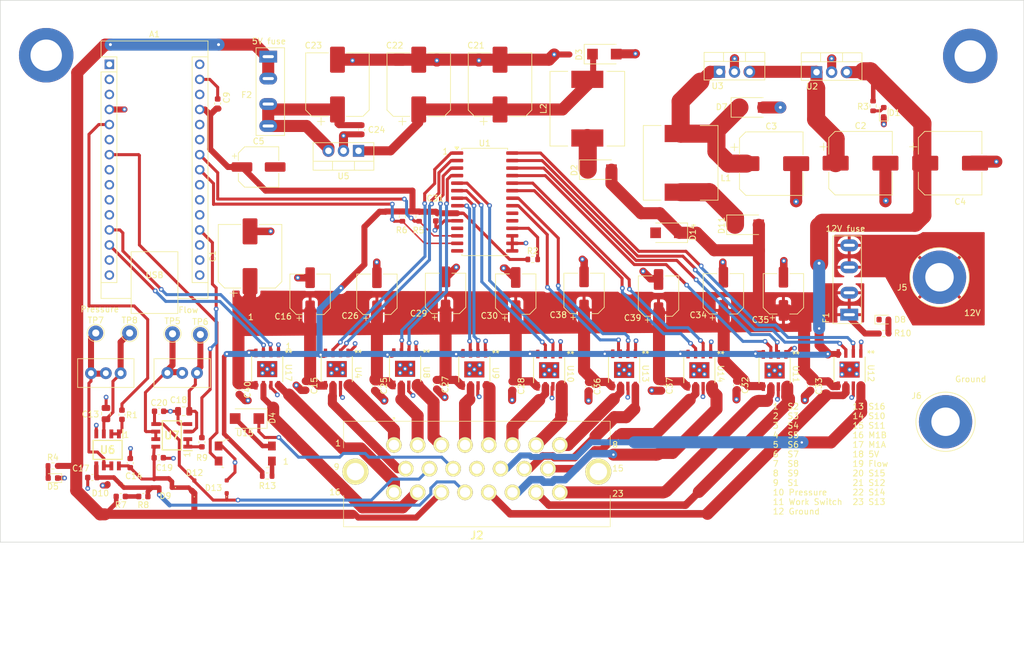
<source format=kicad_pcb>
(kicad_pcb (version 20240108) (generator "pcbnew") (generator_version "8.0")
  (title_block (title "RC14") (date "2023-09-26"))
  (layers (0 "F.Cu" signal) (31 "B.Cu" signal) (34 "B.Paste" user) (35 "F.Paste" user) (36 "B.SilkS" user "B.Silkscreen") (37 "F.SilkS" user "F.Silkscreen") (38 "B.Mask" user) (39 "F.Mask" user) (44 "Edge.Cuts" user))
  (net 0 "")
  (net 1 "GND")
  (net 2 "+5V")
  (net 3 "+12V")
  (net 4 "Net-(D3-K)")
  (net 5 "Net-(U6A-+)")
  (net 8 "Net-(U7A-+)")
  (net 9 "Net-(U5-VO)")
  (net 10 "Net-(D1-A)")
  (net 11 "WorkSwitch")
  (net 12 "Net-(D7-K)")
  (net 13 "+5VA")
  (net 14 "M1B")
  (net 15 "M1A")
  (net 16 "S1")
  (net 17 "S2")
  (net 18 "S3")
  (net 19 "S4")
  (net 20 "SCL")
  (net 21 "SDA")
  (net 22 "S5")
  (net 23 "S6")
  (net 24 "S7")
  (net 25 "S8")
  (net 26 "FlowSensor")
  (net 27 "S9")
  (net 28 "S10")
  (net 29 "S11")
  (net 30 "S12")
  (net 31 "PressureSensor")
  (net 32 "S13")
  (net 33 "S14")
  (net 34 "S15")
  (net 35 "S16")
  (net 36 "FlowPin")
  (net 37 "Net-(U6A--)")
  (net 38 "Net-(U6B--)")
  (net 39 "Net-(J5-Pin_1)")
  (net 40 "PressurePin")
  (net 41 "Net-(U7A--)")
  (net 42 "Net-(U7B--)")
  (net 43 "Net-(R13-Pad2)")
  (net 44 "Net-(U1-GPB0)")
  (net 45 "Net-(U1-GPB1)")
  (net 46 "Net-(U1-GPB2)")
  (net 47 "Net-(U1-GPB3)")
  (net 48 "Net-(U1-GPB4)")
  (net 49 "Net-(U1-GPB5)")
  (net 50 "Net-(U1-GPB6)")
  (net 51 "Net-(U1-GPB7)")
  (net 56 "Net-(U1-GPA7)")
  (net 57 "WorkSwitchPin")
  (net 58 "Net-(D2-K)")
  (net 59 "Net-(D4-A)")
  (net 60 "Net-(U1-~{RESET})")
  (net 69 "Net-(A1-D9)")
  (net 70 "Net-(A1-D10)")
  (net 83 "Net-(U1-GPA6)")
  (net 84 "Net-(U1-GPA5)")
  (net 85 "Net-(U1-GPA4)")
  (net 86 "Net-(U1-GPA3)")
  (net 87 "Net-(U1-GPA2)")
  (net 88 "Net-(U1-GPA1)")
  (net 89 "Net-(U1-GPA0)")
  (net 90 "Net-(U2-VI)")
  (net 91 "Net-(D11-K)")
  (net 92 "Net-(D5-A)")
  (net 93 "Net-(R7-Pad1)")
  (net 94 "Net-(D8-A)")
  (footprint "Package_TO_SOT_THT:TO-220-3_Vertical" (layer "F.Cu") (at 170.76 45.145)
    (property "Reference" "U2")
    (property "Value" "LM7805_TO220")
  )
  (footprint "Capacitor_SMD:CP_Elec_6.3x5.4" (layer "F.Cu") (at 155.0416 82.55 90)
    (property "Reference" "C34")
    (property "Value" "47uF")
  )
  (footprint "Capacitor_SMD:CP_Elec_10x10.5" (layer "F.Cu") (at 178.181 60.5028)
    (property "Reference" "C2")
    (property "Value" "470uF")
  )
  (footprint "MountingHole:MountingHole_5.3mm_M5_DIN965_Pad" (layer "F.Cu") (at 40.767 42.291)
    (property "Reference" "H2" (hide yes))
    (property "Value" "MountingHole")
  )
  (footprint "Capacitor_SMD:CP_Elec_6.3x5.4" (layer "F.Cu") (at 165.1708 82.55 90)
    (property "Reference" "C35")
    (property "Value" "47uF")
  )
  (footprint "RC17Footprints:DRV8251ADDR" (layer "F.Cu") (at 113.01 95.30645 -90)
    (property "Reference" "U9")
    (property "Value" "DRV8251")
  )
  (footprint "RC17Footprints:Potentiometer" (layer "F.Cu") (at 48.327 95.947 -90)
    (property "Reference" "RV3" (hide yes))
    (property "Value" "10K")
  )
  (footprint "Resistor_SMD:R_0603_1608Metric" (layer "F.Cu") (at 41.8968 111.59325)
    (property "Reference" "R4")
    (property "Value" "470")
  )
  (footprint "RC17Footprints:Potentiometer" (layer "F.Cu") (at 66.214 95.897 90)
    (property "Reference" "RV4" (hide yes))
    (property "Value" "10k")
  )
  (footprint "RC17Footprints:SOD-323" (layer "F.Cu") (at 52.7875 114.65 180)
    (property "Reference" "D10")
    (property "Value" "BAT42")
  )
  (footprint "Resistor_SMD:R_0603_1608Metric" (layer "F.Cu") (at 182.1 89.25)
    (property "Reference" "R10")
    (property "Value" "2.2K")
  )
  (footprint "RC17Footprints:TMPA1265SP-101MN-D" (layer "F.Cu") (at 147.828 60.452 -90)
    (property "Reference" "L1")
    (property "Value" "SMDRI127-680MT" (hide yes))
  )
  (footprint "Resistor_SMD:R_0603_1608Metric" (layer "F.Cu") (at 180.3 50.85 90)
    (property "Reference" "R3")
    (property "Value" "470")
  )
  (footprint "Capacitor_SMD:C_0603_1608Metric" (layer "F.Cu") (at 106.6854 97.8782 -90)
    (property "Reference" "C27")
    (property "Value" "0.1uF")
  )
  (footprint "Capacitor_SMD:C_0603_1608Metric" (layer "F.Cu") (at 54.95 111.1108 -90)
    (property "Reference" "C14")
    (property "Value" "0.1uF")
  )
  (footprint "RC17Footprints:SOIC127P600X175-8N" (layer "F.Cu") (at 61.956 106.438 180)
    (property "Reference" "U7")
    (property "Value" "MCP6002-xP" (hide yes))
  )
  (footprint "Capacitor_SMD:CP_Elec_6.3x5.4" (layer "F.Cu") (at 85.3018 82.630566 90)
    (property "Reference" "C16")
    (property "Value" "47uF")
  )
  (footprint "RC17Footprints:7760871" (layer "F.Cu") (at 99.443 108.0582)
    (property "Reference" "J2")
    (property "Value" "776087-1-776087-1" (hide yes))
  )
  (footprint "Capacitor_SMD:C_0603_1608Metric" (layer "F.Cu") (at 157.2822 97.9798 -90)
    (property "Reference" "C32")
    (property "Value" "0.1uF")
  )
  (footprint "RC17Footprints:DRV8251ADDR" (layer "F.Cu") (at 176.3322 95.3382 -90)
    (property "Reference" "U12")
    (property "Value" "DRV8251")
  )
  (footprint "Capacitor_SMD:C_0603_1608Metric" (layer "F.Cu") (at 93.98 54.864 -90)
    (property "Reference" "C24")
    (property "Value" "0.1uF")
  )
  (footprint "Capacitor_SMD:C_0603_1608Metric" (layer "F.Cu") (at 169.7282 98.1322 -90)
    (property "Reference" "C33")
    (property "Value" "0.1uF")
  )
  (footprint "Capacitor_SMD:C_0603_1608Metric" (layer "F.Cu") (at 144.5314 98.0814 -90)
    (property "Reference" "C37")
    (property "Value" "0.1uF")
  )
  (footprint "Capacitor_SMD:C_0603_1608Metric" (layer "F.Cu") (at 53.35 116.75 180)
    (property "Reference" "R7")
    (property "Value" "470")
  )
  (footprint "Capacitor_SMD:C_0603_1608Metric" (layer "F.Cu") (at 132.3394 98.183 -90)
    (property "Reference" "C36")
    (property "Value" "0.1uF")
  )
  (footprint "MountingHole:MountingHole_5.3mm_M5_DIN965_Pad" (layer "F.Cu") (at 196.6976 42.418)
    (property "Reference" "H1" (hide yes))
    (property "Value" "MountingHole")
  )
  (footprint "RC17Footprints:DRV8251ADDR" (layer "F.Cu") (at 163.683 95.4906 -90)
    (property "Reference" "U11")
    (property "Value" "DRV8251")
  )
  (footprint "Module:Arduino_Nano" (layer "F.Cu") (at 51.425 43.827)
    (property "Reference" "A1")
    (property "Value" "Arduino_Nano_v3.x")
  )
  (footprint "Capacitor_SMD:C_0603_1608Metric" (layer "F.Cu") (at 96.3222 98.0814 -90)
    (property "Reference" "C25")
    (property "Value" "0.1uF")
  )
  (footprint "TestPoint:TestPoint_THTPad_D2.5mm_Drill1.2mm" (layer "F.Cu") (at 66.782 89.42)
    (property "Reference" "TP6")
    (property "Value" "Pressure Ohms2" (hide yes))
  )
  (footprint "Capacitor_SMD:CP_Elec_10x10.5" (layer "F.Cu") (at 75.164 76.212 90)
    (property "Reference" "C1")
    (property "Value" "470uF")
  )
  (footprint "LED_SMD:LED_0603_1608Metric" (layer "F.Cu") (at 41.8968 113.64065 180)
    (property "Reference" "D5")
    (property "Value" "LED")
  )
  (footprint "RC17Footprints:PowerPin" (layer "F.Cu") (at 191.507 79.756)
    (property "Reference" "J5")
    (property "Value" "12V")
  )
  (footprint "RC17Footprints:DRV8251ADDR" (layer "F.Cu") (at 78.0596 95.25565 -90)
    (property "Reference" "U17")
    (property "Value" "DRV8251")
  )
  (footprint "RC17Footprints:SOD-323" (layer "F.Cu") (at 61.5 115.25 180)
    (property "Reference" "D9")
    (property "Value" "BAT42")
  )
  (footprint "TestPoint:TestPoint_THTPad_D2.5mm_Drill1.2mm" (layer "F.Cu") (at 54.844 89.166)
    (property "Reference" "TP8")
    (property "Value" "Flow Ohms2" (hide yes))
  )
  (footprint "Resistor_SMD:R_0603_1608Metric" (layer "F.Cu") (at 103.693 69.476 -90)
    (property "Reference" "R5")
    (property "Value" "2.2K")
  )
  (footprint "LED_SMD:LED_0603_1608Metric" (layer "F.Cu") (at 182.1 86.9)
    (property "Reference" "D8")
    (property "Value" "LED")
  )
  (footprint "Capacitor_SMD:C_0603_1608Metric" (layer "F.Cu") (at 67.036 107.594 -90)
    (property "Reference" "R9")
    (property "Value" "470")
  )
  (footprint "TestPoint:TestPoint_THTPad_D2.5mm_Drill1.2mm" (layer "F.Cu") (at 49.129 89.166)
    (property "Reference" "TP7")
    (property "Value" "Flow Ohms1" (hide yes))
  )
  (footprint "Capacitor_SMD:C_0603_1608Metric" (layer "F.Cu") (at 59.756 110.213 180)
    (property "Reference" "C19")
    (property "Value" "0.1uF")
  )
  (footprint "Resistor_SMD:R_0603_1608Metric" (layer "F.Cu") (at 78.05 113.3)
    (property "Reference" "R13")
    (property "Value" "270")
  )
  (footprint "Package_TO_SOT_THT:TO-220-3_Vertical" (layer "F.Cu") (at 93.472 58.42 180)
    (property "Reference" "U5")
    (property "Value" "LM7805_TO220")
  )
  (footprint "Resistor_SMD:R_0603_1608Metric" (layer "F.Cu") (at 100.868 69.476 -90)
    (property "Reference" "R6")
    (property "Value" "2.2K")
  )
  (footprint "RC17Footprints:DRV8251ADDR" (layer "F.Cu") (at 150.983 95.4398 -90)
    (property "Reference" "U14")
    (property "Value" "DRV8251")
  )
  (footprint "Capacitor_SMD:CP_Elec_6.3x5.4" (layer "F.Cu") (at 144.0942 82.931 90)
    (property "Reference" "C39")
    (property "Value" "47uF")
  )
  (footprint "RC17Footprints:DRV8251ADDR" (layer "F.Cu") (at 138.283 95.389 -90)
    (property "Reference" "U13")
    (property "Value" "DRV8251")
  )
  (footprint "Capacitor_SMD:C_0603_1608Metric" (layer "F.Cu") (at 69.7 50.45 90)
    (property "Reference" "C9")
    (property "Value" "0.1uF")
  )
  (footprint "RC17Footprints:SMA(DO-214AC)" (layer "F.Cu") (at 74.65 103.6 180)
    (property "Reference" "D4")
    (property "Value" "SS26")
  )
  (footprint "Capacitor_SMD:C_0603_1608Metric" (layer "F.Cu") (at 84.5622 98.0518 -90)
    (property "Reference" "C15")
    (property "Value" "0.1uF")
  )
  (footprint "Capacitor_SMD:CP_Elec_10x10.5" (layer "F.Cu") (at 89.916 47.244 90)
    (property "Reference" "C23")
    (property "Value" "470uF")
  )
  (footprint "LED_SMD:LED_0603_1608Metric" (layer "F.Cu") (at 182.1 51.9 90)
    (property "Reference" "D1")
    (property "Value" "LED")
  )
  (footprint "Package_TO_SOT_THT:TO-220-3_Vertical" (layer "F.Cu") (at 154.37 45.0888)
    (property "Reference" "U3")
    (property "Value" "LM7809_TO220")
  )
  (footprint "Capacitor_SMD:C_0603_1608Metric" (layer "F.Cu") (at 106.518 69.476 -90)
    (property "Reference" "C31")
    (property "Value" "0.1uF")
  )
  (footprint "Capacitor_SMD:C_0603_1608Metric" (layer "F.Cu") (at 73.3098 98.7418 -90)
    (property "Reference" "C40")
    (property "Value" "0.1uF")
  )
  (footprint "Capacitor_SMD:CP_Elec_10x10.5" (layer "F.Cu") (at 193.3 60.5028)
    (property "Reference" "C4")
    (property "Value" "470uF")
  )
  (footprint "RC17Footprints:Fuse_Holder_C492610" (layer "F.Cu") (at 80.982 41.028 -90)
    (property "Reference" "F2")
    (property "Value" "C492610")
  )
  (footprint "RC17Footprints:SOD-323" (layer "F.Cu") (at 65.766 115.709 90)
    (property "Reference" "D12")
    (property "Value" "BAT42")
  )
  (footprint "Capacitor_SMD:CP_Elec_10x10.5" (layer "F.Cu") (at 163.1188 60.579)
    (property "Reference" "C3")
    (property "Value" "470uF")
  )
  (footprint "Capacitor_SMD:CP_Elec_6.3x5.4" (layer "F.Cu") (at 119.995 82.5934 90)
    (property "Reference" "C30")
    (property "Value" "47uF")
  )
  (footprint "Capacitor_SMD:CP_Elec_6.3x5.4" (layer "F.Cu") (at 131.5266 82.4858 90)
    (property "Reference" "C38")
    (property "Value" "47uF")
  )
  (footprint "RC17Footprints:SMD-4_4.6x7.62mm_P2.54mm" (layer "F.Cu") (at 74.35 109.5)
    (property "Reference" "U15")
    (property "Value" "PC817")
  )
  (footprint "RC17Footprints:SMA(DO-214AC)" (layer "F.Cu") (at 134.15 61.6)
    (property "Reference" "D2")
    (property "Value" "SS26")
  )
  (footprint "Capacitor_SMD:CP_Elec_10x10.5" (layer "F.Cu") (at 103.632 47.244 90)
    (property "Reference" "C22")
    (property "Value" "470uF")
  )
  (footprint "Capacitor_SMD:CP_Elec_6.3x5.4" (layer "F.Cu") (at 96.5762 82.630566 90)
    (property "Reference" "C26")
    (property "Value" "47uF")
  )
  (footprint "TestPoint:TestPoint_THTPad_D2.5mm_Drill1.2mm" (layer "F.Cu") (at 62.083 89.293)
    (property "Reference" "TP5")
    (property "Value" "Pressure Ohms1" (hide yes))
  )
  (footprint "RC17Footprints:PowerPin" (layer "F.Cu") (at 192.532 104.14)
    (property "Reference" "J6")
    (property "Value" "Ground")
  )
  (footprint "Capacitor_SMD:CP_Elec_6.3x5.4" (layer "F.Cu") (at 108.1586 82.4858 90)
    (property "Reference" "C29")
    (property "Value" "47uF")
  )
  (footprint "Capacitor_SMD:C_0603_1608Metric" (layer "F.Cu") (at 119.487 98.1322 -90)
    (property "Reference" "C28")
    (property "Value" "0.1uF")
  )
  (footprint "RC17Footprints:SOD-323" (layer "F.Cu") (at 71.227 115.709 90)
    (property "Reference" "D13")
    (property "Value" "BAT42")
  )
  (footprint "RC17Footprints:SMA(DO-214AC)" (layer "F.Cu") (at 134.95 42.1)
    (property "Reference" "D3")
    (property "Value" "SS26")
  )
  (footprint "RC17Footprints:SMA(DO-214AC)" (layer "F.Cu") (at 159 70.9)
    (property "Reference" "D11")
    (property "Value" "SS26")
  )
  (footprint "RC17Footprints:DRV8251ADDR" (layer "F.Cu") (at 101.326 95.20485 -90)
    (property "Reference" "U8")
    (property "Value" "DRV8251")
  )
  (footprint "RC17Footprints:SMA(DO-214AC)" (layer "F.Cu") (at 145.6 72.25 180)
    (property "Reference" "D14")
    (property "Value" "SS26")
  )
  (footprint "RC17Footprints:SMA(DO-214AC)" (layer "F.Cu") (at 159.75 51.1)
    (property "Reference" "D7")
    (property "Value" "SS26")
  )
  (footprint "RC17Footprints:DRV8251ADDR" (layer "F.Cu") (at 89.7944 95.25565 -90)
    (property "Reference" "U4")
    (property "Value" "DRV8251")
  )
  (footprint "Capacitor_SMD:C_0603_1608Metric" (layer "F.Cu") (at 59.817 102.374)
    (property "Reference" "C20")
    (property "Value" "0.1uF")
  )
  (footprint "Capacitor_SMD:CP_Elec_10x10.5" (layer "F.Cu") (at 117.348 47.244 90)
    (property "Reference" "C21")
    (property "Value" "470uF")
  )
  (footprint "Capacitor_SMD:C_0805_2012Metric" (layer "F.Cu") (at 63.96 102.374 180)
    (property "Reference" "C18")
    (property "Value" "1uF" (hide yes))
  )
  (footprint "Capacitor_SMD:C_0603_1608Metric" (layer "F.Cu") (at 57.15 116.75 180)
    (property "Reference" "R8")
    (property "Value" "470")
  )
  (footprint "RC17Footprints:TMPA1265SP-101MN-D" (layer "F.Cu") (at 132.08 51.308 90)
    (property "Reference" "L2")
    (property "Value" "SMDRI127-680MT" (hide yes))
  )
  (footprint "Package_SO:SOIC-28W_7.5x17.9mm_P1.27mm" (layer "F.Cu") (at 114.768 67.051)
    (property "Reference" "U1")
    (property "Value" "MCP23017_SO")
  )
  (footprint "RC17Footprints:Fuse_Holder_C492610" (layer "F.Cu") (at 173.526 87.569 90)
    (property "Reference" "F1")
    (property "Value" "C492610")
  )
  (footprint "Capacitor_SMD:C_0603_1608Metric" (layer "F.Cu") (at 48.55 113.55 180)
    (property "Reference" "C17")
    (property "Value" "0.1uF")
  )
  (footprint "Capacitor_SMD:C_0805_2012Metric" (layer "F.Cu") (at 50.85 102.7608 90)
    (property "Reference" "C13")
    (property "Value" "1uF" (hide yes))
  )
  (footprint "RC17Footprints:DRV8251ADDR" (layer "F.Cu") (at 125.6338 95.4398 -90)
    (property "Reference" "U10")
    (property "Value" "DRV8251")
  )
  (footprint "Capacitor_SMD:C_0603_1608Metric" (layer "F.Cu") (at 53.55 102.9608 -90)
    (property "Reference" "R1")
    (property "Value" "470" (hide yes))
  )
  (footprint "Resistor_SMD:R_0603_1608Metric" (layer "F.Cu") (at 122.868 76.751)
    (property "Reference" "R2")
    (property "Value" "10K")
  )
  (footprint "Capacitor_SMD:CP_Elec_6.3x5.4" (layer "F.Cu") (at 76.6 61.15)
    (property "Reference" "C5")
    (property "Value" "47uF")
  )
  (footprint "RC17Footprints:SOIC127P600X175-8N" (layer "F.Cu") (at 51.125 108.8858 -90)
    (property "Reference" "U6")
    (property "Value" "MCP6002-xP" (hide yes))
  )
  (gr_line (start 33.02 33.02) (end 205.74 33.02) (stroke (width 0.1)) (layer "Edge.Cuts"))
  (gr_line (start 33.02 124.46) (end 33.02 33.02) (stroke (width 0.1)) (layer "Edge.Cuts"))
  (gr_line (start 205.74 124.46) (end 33.02 124.46) (stroke (width 0.1)) (layer "Edge.Cuts"))
  (gr_line (start 205.74 124.46) (end 205.74 33.02) (stroke (width 0.1)) (layer "Edge.Cuts"))
  (gr_text "Flow" (at 62.985 85.867 0) (layer "F.SilkS") (effects (font (size 1 1)) (justify left bottom)))
  (gr_text "9" (at 89.193 112.351 0) (layer "F.SilkS") (effects (font (size 1 1)) (justify left bottom)))
  (gr_text "1" (at 89.443 108.351 0) (layer "F.SilkS") (effects (font (size 1 1)) (justify left bottom)))
  (gr_text "12V fuse" (at 172.212 72.136 0) (layer "F.SilkS") (effects (font (size 1 1)) (justify left bottom)))
  (gr_text "16" (at 88.443 116.601 0) (layer "F.SilkS") (effects (font (size 1 1)) (justify left bottom)))
  (gr_text "5V fuse" (at 75.396123 40.515287 0) (layer "F.SilkS") (effects (font (size 1 1)) (justify left bottom)))
  (gr_text "Pressure" (at 46.462 85.737 0) (layer "F.SilkS") (effects (font (size 1 1)) (justify left bottom)))
  (gr_text "1" (at 80.625 111.4418 0) (layer "F.SilkS") (effects (font (size 1 1)) (justify left bottom)))
  (gr_text "1" (at 53.705 106.9358 0) (layer "F.SilkS") (effects (font (size 1 1)) (justify left bottom)))
  (gr_text "1" (at 65.131 110.248 90) (layer "F.SilkS") (effects (font (size 1 1)) (justify left bottom)))
  (gr_text "1" (at 81.0822 91.9854 0) (layer "F.SilkS") (effects (font (size 1 1)) (justify left bottom)))
  (gr_text "1" (at 107.549 59.1178 0) (layer "F.SilkS") (effects (font (size 1 1)) (justify left bottom)))
  (gr_text "Ground" (at 194.056 97.536 0) (layer "F.SilkS") (effects (font (size 1 1)) (justify left bottom)))
  (gr_text "1" (at 74.7322 87.0578 0) (layer "F.SilkS") (effects (font (size 1 1)) (justify left bottom)))
  (gr_text "15" (at 136.193 112.601 0) (layer "F.SilkS") (effects (font (size 1 1)) (justify left bottom)))
  (gr_text "23" (at 136.193 116.851 0) (layer "F.SilkS") (effects (font (size 1 1)) (justify left bottom)))
  (gr_text "12V" (at 195.58 86.36 0) (layer "F.SilkS") (effects (font (size 1 1)) (justify left bottom)))
  (gr_text "1  S2\n2  S3\n3  S4\n4  S5\n5  S6\n6  S7\n7  S8\n8  S9\n9  S1\n10 Pressure\n11 Work Switch\n12 Ground\n" (at 163.293 119.861 0) (layer "F.SilkS") (effects (font (size 1 1)) (justify left bottom)))
  (gr_text "8" (at 136.193 108.601 0) (layer "F.SilkS") (effects (font (size 1 1)) (justify left bottom)))
  (gr_text "13 S16\n14 S10\n15 S11\n16 M1B\n17 M1A\n18 5V\n19 Flow\n20 S15\n21 S12\n22 S14\n23 S13" (at 176.743 118.251 0) (layer "F.SilkS") (effects (font (size 1 1)) (justify left bottom)))
  (segment (start 156.905 45.0888) (end 156.905 42.8992) (width 1.524) (layer "F.Cu") (net 1))
  (segment (start 152.898 90.746) (end 152.993 90.651) (width 0.508) (layer "F.Cu") (net 1))
  (segment (start 119.4214 98.8976) (end 119.443 98.8976) (width 1.3716) (layer "F.Cu") (net 1))
  (segment (start 108.2094 79.836495) (end 109.969021 78.076874) (width 1.27) (layer "F.Cu") (net 1))
  (segment (start 117.348 43.044) (end 125.612 43.044) (width 2.032) (layer "F.Cu") (net 1))
  (segment (start 49.22 104.719) (end 49.22 106.1858) (width 0.508) (layer "F.Cu") (net 1))
  (segment (start 92.897422 91.386628) (end 91.6996 92.58445) (width 0.508) (layer "F.Cu") (net 1))
  (segment (start 83.807635 98.8268) (end 82.962377 97.981542) (width 1.27) (layer "F.Cu") (net 1))
  (segment (start 127.548 92.67685) (end 127.548 90.621) (width 0.508) (layer "F.Cu") (net 1))
  (segment (start 50.875 99.9858) (end 50.875 101.7858) (width 0.508) (layer "F.Cu") (net 1))
  (segment (start 51.1225 114.65) (end 51.1225 114.7775) (width 1.016) (layer "F.Cu") (net 1))
  (segment (start 140.223 92.67685) (end 140.223 90.546) (width 0.508) (layer "F.Cu") (net 1))
  (segment (start 161.75 51.1) (end 164.65 51.1) (width 2.032) (layer "F.Cu") (net 1))
  (segment (start 91.173 55.639) (end 90.932 55.88) (width 1.016) (layer "F.Cu") (net 1))
  (segment (start 83.219434 79.830566) (end 85.3018 79.830566) (width 1.27) (layer "F.Cu") (net 1))
  (segment (start 173.3134 42.9246) (end 173.3388 42.8992) (width 1.524) (layer "F.Cu") (net 1))
  (segment (start 42.6843 113.64065) (end 43.8672 113.64065) (width 0.762) (layer "F.Cu") (net 1))
  (segment (start 106.368 71.826) (end 107.968 70.226) (width 0.508) (layer "F.Cu") (net 1))
  (segment (start 168.789356 99.829644) (end 169.7214 98.8976) (width 1.3716) (layer "F.Cu") (net 1))
  (segment (start 113.792 43.18) (end 113.928 43.044) (width 2.032) (layer "F.Cu") (net 1))
  (segment (start 90.932 58.42) (end 90.932 55.88) (width 1.524) (layer "F.Cu") (net 1))
  (segment (start 63.01 102.374) (end 61.735 102.374) (width 0.508) (layer "F.Cu") (net 1))
  (segment (start 103.1748 92.508318) (end 103.196932 92.53045) (width 0.508) (layer "F.Cu") (net 1))
  (segment (start 140.1756 42.05) (end 140.201 42.0246) (width 1.524) (layer "F.Cu") (net 1))
  (segment (start 99.704 43.044) (end 103.632 43.044) (width 2.032) (layer "F.Cu") (net 1))
  (segment (start 60.592 102.374) (end 61.735 102.374) (width 0.508) (layer "F.Cu") (net 1))
  (segment (start 182.381 66.9126) (end 182.3974 66.929) (width 2.032) (layer "F.Cu") (net 1))
  (segment (start 90.770632 100.043712) (end 90.4296 99.70268) (width 0.508) (layer "F.Cu") (net 1))
  (segment (start 79.9646 91.1406) (end 79.9646 92.5315) (width 0.508) (layer "F.Cu") (net 1))
  (segment (start 167.3188 66.92) (end 167.3098 66.929) (width 2.032) (layer "F.Cu") (net 1))
  (segment (start 164.303 98.12515) (end 164.303 100.209918) (width 0.508) (layer "F.Cu") (net 1))
  (segment (start 132.274381 99.044619) (end 132.3214 98.9976) (width 1.3716) (layer "F.Cu") (net 1))
  (segment (start 69.85 108.23) (end 70.43 108.23) (width 0.508) (layer "F.Cu") (net 1))
  (segment (start 74.354533 100.544133) (end 73.3354 99.525) (width 1.27) (layer "F.Cu") (net 1))
  (segment (start 72.624 111.01) (end 72.624 112.662) (width 0.508) (layer "F.Cu") (net 1))
  (segment (start 75.164 72.012) (end 78.638 72.012) (width 1.27) (layer "F.Cu") (net 1))
  (segment (start 151.628 99.865336) (end 151.588598 99.904738) (width 0.508) (layer "F.Cu") (net 1))
  (segment (start 176.9672 99.7768) (end 176.693 100.051) (width 0.508) (layer "F.Cu") (net 1))
  (segment (start 131.5442 80.0058) (end 131.5442 77.0272) (width 1.27) (layer "F.Cu") (net 1))
  (segment (start 63.01 102.374) (end 63.01 104.284) (width 0.508) (layer "F.Cu") (net 1))
  (segment (start 72.624 111.01) (end 72.624 110.424) (width 0.508) (layer "F.Cu") (net 1))
  (segment (start 70.43 108.23) (end 72.624 110.424) (width 0.508) (layer "F.Cu") (net 1))
  (segment (start 167.04 91.726) (end 166.52385 91.726) (width 0.508) (layer "F.Cu") (net 1))
  (segment (start 126.117571 98.285579) (end 126.117571 100.128105) (width 0.508) (layer "F.Cu") (net 1))
  (segment (start 108.018 99.989) (end 106.6586 98.6296) (width 1.27) (layer "F.Cu") (net 1))
  (segment (start 63.01 104.284) (end 63.259 104.533) (width 0.508) (layer "F.Cu") (net 1))
  (segment (start 131.5442 77.0272) (end 131.243 76.726) (width 1.27) (layer "F.Cu") (net 1))
  (segment (start 165.227 76.9874) (end 165.227 78.74) (width 1.27) (layer "F.Cu") (net 1))
  (segment (start 119.9442 80.0058) (end 118.1644 78.226) (width 1.27) (layer "F.Cu") (net 1))
  (segment (start 157.248391 100.369091) (end 157.248391 98.870609) (width 1.3716) (layer "F.Cu") (net 1))
  (segment (start 101.926932 98.981013) (end 102.663837 99.717918) (width 0.508) (layer "F.Cu") (net 1))
  (segment (start 114.8636 92.53045) (end 114.8636 90.5804) (width 0.508) (layer "F.Cu") (net 1))
  (segment (start 197.0114 60.2488) (end 201.1013 60.2488) (width 2.032) (layer "F.Cu") (net 1))
  (segment (start 142.9896 98.8976) (end 144.543 98.8976) (width 1.3716) (layer "F.Cu") (net 1))
  (segment (start 113.839503 99.919934) (end 113.5936 99.674031) (width 0.508) (layer "F.Cu") (net 1))
  (segment (start 72.624 112.662) (end 71.227 114.059) (width 0.508) (layer "F.Cu") (net 1))
  (segment (start 53.963 51.447) (end 53.975 51.435) (width 1.016) (layer "F.Cu") (net 1))
  (segment (start 113.928 43.044) (end 117.348 43.044) (width 2.032) (layer "F.Cu") (net 1))
  (segment (start 106.518 71.676) (end 106.368 71.826) (width 0.508) (layer "F.Cu") (net 1))
  (segment (start 132.274381 100.570776) (end 132.274381 99.044619) (width 1.3716) (layer "F.Cu") (net 1))
  (segment (start 152.898 92.67685) (end 152.898 90.746) (width 0.508) (layer "F.Cu") (net 1))
  (segment (start 164.303 100.209918) (end 164.159545 100.353373) (width 0.508) (layer "F.Cu") (net 1))
  (segment (start 136.9244 42.05) (end 140.1756 42.05) (width 1.524) (layer "F.Cu") (net 1))
  (segment (start 92.592 43.044) (end 100.956 43.044) (width 2.032) (layer "F.Cu") (net 1))
  (segment (start 142.943 98.851) (end 142.9896 98.8976) (width 1.3716) (layer "F.Cu") (net 1))
  (segment (start 96.542732 77.216) (end 96.542732 79.8594) (width 1.27) (layer "F.Cu") (net 1))
  (segment (start 132.3214 98.9976) (end 132.343 98.9976) (width 1.3716) (layer "F.Cu") (net 1))
  (segment (start 74.819705 100.544133) (end 74.354533 100.544133) (width 1.27) (layer "F.Cu") (net 1))
  (segment (start 178.248 90.721) (end 178.293 90.676) (width 0.508) (layer "F.Cu") (net 1))
  (segment (start 113.5936 99.674031) (end 113.5936 97.97875) (width 0.508) (layer "F.Cu") (net 1))
  (segment (start 97.818 100.576) (end 97.818 100.476) (width 1.3716) (layer "F.Cu") (net 1))
  (segment (start 156.905 42.8992) (end 156.9304 42.8738) (width 1.524) (layer "F.Cu") (net 1))
  (segment (start 55 108.6358) (end 55 110.2858) (width 0.508) (layer "F.Cu") (net 1))
  (segment (start 138.953 99.957802) (end 138.903 100.007802) (width 0.508) (layer "F.Cu") (net 1))
  (segment (start 51 114.9) (end 50.3 114.9) (width 1.016) (layer "F.Cu") (net 1))
  (segment (start 103.1748 90.8304) (end 103.1748 92.508318) (width 0.508) (layer "F.Cu") (net 1))
  (segment (start 154.94 77.216) (end 154.94 79.8016) (width 1.27) (layer "F.Cu") (net 1))
  (segment (start 168.789356 100.494197) (end 168.789356 99.829644) (width 1.3716) (layer "F.Cu") (net 1))
  (segment (start 119.418 74.036) (end 119.418 75.306) (width 0.508) (layer "F.Cu") (net 1))
  (segment (start 78.5936 98.292716) (end 79.76758 99.466696) (width 0.508) (layer "F.Cu") (net 1))
  (segment (start 63.259 104.533) (end 64.656 104.533) (width 0.508) (layer "F.Cu") (net 1))
  (segment (start 97.818 100.476) (end 96.2396 98.8976) (width 1.3716) (layer "F.Cu") (net 1))
  (segment (start 106.816 43.044) (end 113.656 43.044) (width 2.032) (layer "F.Cu") (net 1))
  (segment (start 69.7 47.7) (end 69.7 49.675) (width 0.508) (layer "F.Cu") (net 1))
  (segment (start 126.278 98.12515) (end 126.117571 98.285579) (width 0.508) (layer "F.Cu") (net 1))
  (segment (start 182.381 60.5028) (end 182.381 66.9126) (width 2.032) (layer "F.Cu") (net 1))
  (segment (start 90.4296 99.70268) (end 90.4296 98.03275) (width 0.508) (layer "F.Cu") (net 1))
  (segment (start 106.544 43.044) (end 106.68 43.18) (width 2.032) (layer "F.Cu") (net 1))
  (segment (start 142.7428 80.0058) (end 141.493 78.756) (width 1.27) (layer "F.Cu") (net 1))
  (segment (start 79.76758 99.466696) (end 79.76758 99.600045) (width 0.508) (layer "F.Cu") (net 1))
  (segment (start 47.775 113.55) (end 47.775 115.398629) (width 0.508) (layer "F.Cu") (net 1))
  (segment (start 182.1146 52.7637) (end 182.1146 53.95) (width 1.016) (layer "F.Cu") (net 1))
  (segment (start 78.5936 97.97875) (end 78.5936 98.292716) (width 0.508) (layer "F.Cu") (net 1))
  (segment (start 119.418 74.036) (end 121.667666 74.036) (width 0.508) (layer "F.Cu") (net 1))
  (segment (start 127.548 90.621) (end 127.568 90.601) (width 0.508) (layer "F.Cu") (net 1))
  (segment (start 103.632 43.044) (end 106.544 43.044) (width 2.032) (layer "F.Cu") (net 1))
  (segment (start 167.3188 60.579) (end 167.3188 66.92) (width 2.032) (layer "F.Cu") (net 1))
  (segment (start 113.656 43.044) (end 113.792 43.18) (width 2.032) (layer "F.Cu") (net 1))
  (segment (start 103.188004 90.817196) (end 103.1748 90.8304) (width 0.508) (layer "F.Cu") (net 1))
  (segment (start 173.3134 45.1546) (end 173.3134 42.9246) (width 1.524) (layer "F.Cu") (net 1))
  (segment (start 121.667666 74.036) (end 121.714903 73.988763) (width 0.508) (layer "F.Cu") (net 1))
  (segment (start 119.418 72.766) (end 119.418 74.036) (width 0.508) (layer "F.Cu") (net 1))
  (segment (start 125.612 43.044) (end 126.492 42.164) (width 2.032) (layer "F.Cu") (net 1))
  (segment (start 138.953 98.12515) (end 138.953 99.957802) (width 0.508) (layer "F.Cu") (net 1))
  (segment (start 118.1644 78.226) (end 117.943 78.226) (width 1.27) (layer "F.Cu") (net 1))
  (segment (start 151.628 98.12515) (end 151.628 99.865336) (width 0.508) (layer "F.Cu") (net 1))
  (segment (start 165.2524 76.962) (end 165.227 76.9874) (width 1.27) (layer "F.Cu") (net 1))
  (segment (start 140.223 90.546) (end 140.293 90.476) (width 0.508) (layer "F.Cu") (net 1))
  (segment (start 114.8636 90.5804) (end 114.918 90.526) (width 0.508) (layer "F.Cu") (net 1))
  (segment (start 101.926932 97.97875) (end 101.926932 98.981013) (width 0.508) (layer "F.Cu") (net 1))
  (segment (start 93.98 55.639) (end 91.173 55.639) (width 1.016) (layer "F.Cu") (net 1))
  (segment (start 78.638 72.012) (end 78.65 72) (width 1.27) (layer "F.Cu") (net 1))
  (segment (start 107.968 70.226) (end 110.118 70.226) (width 0.508) (layer "F.Cu") (net 1))
  (segment (start 157.248391 98.870609) (end 157.3214 98.7976) (width 1.3716) (layer "F.Cu") (net 1))
  (segment (start 119.388534 98.930466) (end 119.4214 98.8976) (width 1.3716) (layer "F.Cu") (net 1))
  (segment (start 106.518 70.251) (end 106.518 71.676) (width 0.508) (layer "F.Cu") (net 1))
  (segment (start 68.367 46.367) (end 69.7 47.7) (width 0.508) (layer "F.Cu") (net 1))
  (segment (start 176.9672 98.06235) (end 176.9672 99.7768) (width 0.508) (layer "F.Cu") (net 1))
  (segment (start 144.2442 80.0058) (end 142.7428 80.0058) (width 1.27) (layer "F.Cu") (net 1))
  (segment (start 166.52385 91.726) (end 165.573 92.67685) (width 0.508) (layer "F.Cu") (net 1))
  (segment (start 84.5622 98.8268) (end 83.807635 98.8268) (width 1.27) (layer "F.Cu") (net 1))
  (segment (start 178.248 92.67685) (end 178.248 90.721) (width 0.508) (layer "F.Cu") (net 1))
  (segment (start 106.68 43.18) (end 106.816 43.044) (width 2.032) (layer "F.Cu") (net 1))
  (segment (start 51.425 51.447) (end 53.963 51.447) (width 1.016) (layer "F.Cu") (net 1))
  (segment (start 66.665 46.367) (end 68.367 46.367) (width 0.508) (layer "F.Cu") (net 1))
  (segment (start 62.23437 110.307081) (end 60.625081 110.307081) (width 0.508) (layer "F.Cu") (net 1))
  (segment (start 92.897422 90.942301) (end 92.897422 91.386628) (width 0.508) (layer "F.Cu") (net 1))
  (segment (start 119.388534 100.476947) (end 119.388534 98.930466) (width 1.3716) (layer "F.Cu") (net 1))
  (segment (start 89.916 43.044) (end 92.32 43.044) (width 2.032) (layer "F.Cu") (net 1))
  (segment (start 126.492 42.164) (end 129.064 42.164) (width 1.016) (layer "F.Cu") (net 1))
  (segment (start 51.1225 114.7775) (end 51 114.9) (width 1.016) (layer "F.Cu") (net 1))
  (segment (start 108.018 100.026) (end 108.018 99.989) (width 1.27) (layer "F.Cu") (net 1))
  (via (at 89.7944 95.25565) (size 0.8) (drill 0.4) (layers "F.Cu" "B.Cu") (net 1))
  (via (at 132.274381 100.570776) (size 0.8) (drill 0.4) (layers "F.Cu" "B.Cu") (net 1))
  (via (at 88.753 94.5762) (size 0.8) (drill 0.4) (layers "F.Cu" "B.Cu") (net 1))
  (via (at 101.326 95.20485) (size 0.8) (drill 0.4) (layers "F.Cu" "B.Cu") (net 1))
  (via (at 100.4878 94.5762) (size 0.8) (drill 0.4) (layers "F.Cu" "B.Cu") (net 1))
  (via (at 55 108.6358) (size 0.8) (drill 0.4) (layers "F.Cu" "B.Cu") (net 1))
  (via (at 163.683 95.4906) (size 0.8) (drill 0.4) (layers "F.Cu" "B.Cu") (net 1))
  (via (at 43.8672 113.64065) (size 0.8) (drill 0.4) (layers "F.Cu" "B.Cu") (net 1))
  (via (at 49.22 104.719) (size 0.8) (drill 0.4) (layers "F.Cu" "B.Cu") (net 1))
  (via (at 106.368 71.826) (size 0.8) (drill 0.4) (layers "F.Cu" "B.Cu") (net 1))
  (via (at 167.3 67) (size 1) (drill 0.4) (layers "F.Cu" "B.Cu") (net 1))
  (via (at 78.9486 95.9478) (size 0.8) (drill 0.4) (layers "F.Cu" "B.Cu") (net 1))
  (via (at 74.819705 100.544133) (size 0.8) (drill 0.4) (layers "F.Cu" "B.Cu") (net 1))
  (via (at 112.2226 94.627) (size 0.8) (drill 0.4) (layers "F.Cu" "B.Cu") (net 1))
  (via (at 53.975 51.435) (size 0.8) (drill 0.4) (layers "F.Cu" "B.Cu") (net 1))
  (via (at 157.248391 100.369091) (size 0.8) (drill 0.4) (layers "F.Cu" "B.Cu") (net 1))
  (via (at 72.624 111.01) (size 0.8) (drill 0.4) (layers "F.Cu" "B.Cu") (net 1))
  (via (at 90.770632 100.043712) (size 0.8) (drill 0.4) (layers "F.Cu" "B.Cu") (net 1))
  (via (at 137.4194 96.0494) (size 0.8) (drill 0.4) (layers "F.Cu" "B.Cu") (net 1))
  (via (at 142.943 98.851) (size 0.8) (drill 0.4) (layers "F.Cu" "B.Cu") (net 1))
  (via (at 113.01 95.30645) (size 0.8) (drill 0.4) (layers "F.Cu" "B.Cu") (net 1))
  (via (at 151.8466 96.126) (size 0.8) (drill 0.4) (layers "F.Cu" "B.Cu") (net 1))
  (via (at 100.4878 95.897) (size 0.8) (drill 0.4) (layers "F.Cu" "B.Cu") (net 1))
  (via (at 176.3322 95.3382) (size 0.8) (drill 0.4) (layers "F.Cu" "B.Cu") (net 1))
  (via (at 162.7178 94.8302) (size 0.8) (drill 0.4) (layers "F.Cu" "B.Cu") (net 1))
  (via (at 90.785 95.897) (size 0.8) (drill 0.4) (layers "F.Cu" "B.Cu") (net 1))
  (via (at 125.6338 95.4398) (size 0.8) (drill 0.4) (layers "F.Cu" "B.Cu") (net 1))
  (via (at 127.568 90.601) (size 0.8) (drill 0.4) (layers "F.Cu" "B.Cu") (net 1))
  (via (at 151.7958 94.7794) (size 0.8) (drill 0.4) (layers "F.Cu" "B.Cu") (net 1))
  (via (at 62.23437 110.307081) (size 0.8) (drill 0.4) (layers "F.Cu" "B.Cu") (net 1))
  (via (at 97.818 100.576) (size 0.8) (drill 0.4) (layers "F.Cu" "B.Cu") (net 1))
  (via (at 112.1718 96.001) (size 0.8) (drill 0.4) (layers "F.Cu" "B.Cu") (net 1))
  (via (at 176.693 100.051) (size 0.8) (drill 0.4) (layers "F.Cu" "B.Cu") (net 1))
  (via (at 77.2722 95.9478) (size 0.8) (drill 0.4) (layers "F.Cu" "B.Cu") (net 1))
  (via (at 96.542732 77.216) (size 0.8) (drill 0.4) (layers "F.Cu" "B.Cu") (net 1))
  (via (at 154.94 77.216) (size 0.8) (drill 0.4) (layers "F.Cu" "B.Cu") (net 1))
  (via (at 102.3166 95.897) (size 0.8) (drill 0.4) (layers "F.Cu" "B.Cu") (net 1))
  (via (at 50.875 99.9858) (size 0.8) (drill 0.4) (layers "F.Cu" "B.Cu") (net 1))
  (via (at 109.969021 78.076874) (size 0.8) (drill 0.4) (layers "F.Cu" "B.Cu") (net 1))
  (via (at 92.456 43.18) (size 0.8) (drill 0.4) (layers "F.Cu" "B.Cu") (net 1))
  (via (at 177.5206 94.5896) (size 0.8) (drill 0.4) (layers "F.Cu" "B.Cu") (net 1))
  (via (at 77.2214 94.627) (size 0.8) (drill 0.4) (layers "F.Cu" "B.Cu") (net 1))
  (via (at 164.5974 96.151) (size 0.8) (drill 0.4) (layers "F.Cu" "B.Cu") (net 1))
  (via (at 102.2658 94.5254) (size 0.8) (drill 0.4) (layers "F.Cu" "B.Cu") (net 1))
  (via (at 126.6498 94.7794) (size 0.8) (drill 0.4) (layers "F.Cu" "B.Cu") (net 1))
  (via (at 78.9994 94.627) (size 0.8) (drill 0.4) (layers "F.Cu" "B.Cu") (net 1))
  (via (at 177.5206 96.0628) (size 0.8) (drill 0.4) (layers "F.Cu" "B.Cu") (net 1))
  (via (at 164.65 51.1) (size 2) (drill 0.5) (layers "F.Cu" "B.Cu") (net 1))
  (via (at 137.4194 94.6778) (size 0.8) (drill 0.4) (layers "F.Cu" "B.Cu") (net 1))
  (via (at 175.0568 94.5896) (size 0.8) (drill 0.4) (layers "F.Cu" "B.Cu") (net 1))
  (via (at 138.283002 95.389) (size 0.8) (drill 0.4) (layers "F.Cu" "B.Cu") (net 1))
  (via (at 83.219434 79.830566) (size 0.8) (drill 0.4) (layers "F.Cu" "B.Cu") (net 1))
  (via (at 126.492 42.164) (size 0.8) (drill 0.4) (layers "F.Cu" "B.Cu") (net 1))
  (via (at 114.0006 95.9478) (size 0.8) (drill 0.4) (layers "F.Cu" "B.Cu") (net 1))
  (via (at 92.897422 90.942301) (size 0.8) (drill 0.4) (layers "F.Cu" "B.Cu") (net 1))
  (via (at 79.76758 99.600045) (size 0.8) (drill 0.4) (layers "F.Cu" "B.Cu") (net 1))
  (via (at 201.1013 60.2488) (size 0.8) (drill 0.4) (layers "F.Cu" "B.Cu") (net 1))
  (via (at 152.993 90.651) (size 0.8) (drill 0.4) (layers "F.Cu" "B.Cu") (net 1))
  (via (at 88.9054 95.926) (size 0.8) (drill 0.4) (layers "F.Cu" "B.Cu") (net 1))
  (via (at 113.899 94.5762) (size 0.8) (drill 0.4) (layers "F.Cu" "B.Cu") (net 1))
  (via (at 165.227 76.9874) (size 0.8) (drill 0.4) (layers "F.Cu" "B.Cu") (net 1))
  (via (at 178.293 90.676) (size 0.8) (drill 0.4) (layers "F.Cu" "B.Cu") (net 1))
  (via (at 167.04 91.726) (size 0.8) (drill 0.4) (layers "F.Cu" "B.Cu") (net 1))
  (via (at 82.962377 97.981542) (size 0.8) (drill 0.4) (layers "F.Cu" "B.Cu") (net 1))
  (via (at 164.159545 100.353373) (size 0.8) (drill 0.4) (layers "F.Cu" "B.Cu") (net 1))
  (via (at 162.7686 96.2018) (size 0.8) (drill 0.4) (layers "F.Cu" "B.Cu") (net 1))
  (via (at 103.188004 90.817196) (size 0.8) (drill 0.4) (layers "F.Cu" "B.Cu") (net 1))
  (via (at 114.918 90.526) (size 0.8) (drill 0.4) (layers "F.Cu" "B.Cu") (net 1))
  (via (at 47.775 115.398629) (size 0.8) (drill 0.4) (layers "F.Cu" "B.Cu") (net 1))
  (via (at 78.0596 95.25565) (size 0.8) (drill 0.4) (layers "F.Cu" "B.Cu") (net 1))
  (via (at 126.5482 96.151) (size 0.8) (drill 0.4) (layers "F.Cu" "B.Cu") (net 1))
  (via (at 113.792 43.18) (size 0.8) (drill 0.4) (layers "F.Cu" "B.Cu") (net 1))
  (via (at 106.68 43.18) (size 0.8) (drill 0.4) (layers "F.Cu" "B.Cu") (net 1))
  (via (at 102.663837 99.717918) (size 0.8) (drill 0.4) (layers "F.Cu" "B.Cu") (net 1))
  (via (at 138.903 100.007802) (size 0.8) (drill 0.4) (layers "F.Cu" "B.Cu") (net 1))
  (via (at 150.983 95.4398) (size 0.8) (drill 0.4) (layers "F.Cu" "B.Cu") (net 1))
  (via (at 124.7194 94.7286) (size 0.8) (drill 0.4) (layers "F.Cu" "B.Cu") (net 1))
  (via (at 119.388534 100.476947) (size 0.8) (drill 0.4) (layers "F.Cu" "B.Cu") (net 1))
  (via (at 131.243 76.726) (size 0.8) (drill 0.4) (layers "F.Cu" "B.Cu") (net 1))
  (via (at 90.785 94.5762) (size 0.8) (drill 0.4) (layers "F.Cu" "B.Cu") (net 1))
  (via (at 151.588598 99.904738) (size 0.8) (drill 0.4) (layers "F.Cu" "B.Cu") (net 1))
  (via (at 61.735 102.374) (size 0.8) (drill 0.4) (layers "F.Cu" "B.Cu") (net 1))
  (via (at 175.0568 96.139) (size 0.8) (drill 0.4) (layers "F.Cu" "B.Cu") (net 1))
  (via (at 139.1466 96.1002) (size 0.8) (drill 0.4) (layers "F.Cu" "B.Cu") (net 1))
  (via (at 140.201 42.0246) (size 0.8) (drill 0.4) (layers "F.Cu" "B.Cu") (net 1))
  (via (at 113.839503 99.919934) (size 0.8) (drill 0.4) (layers "F.Cu" "B.Cu") (net 1))
  (via (at 182.45 66.85) (size 1) (drill 0.4) (layers "F.Cu" "B.Cu") (net 1))
  (via (at 126.117571 100.128105) (size 0.8) (drill 0.4) (layers "F.Cu" "B.Cu") (net 1))
  (via (at 124.8718 96.151) (size 0.8) (drill 0.4) (layers "F.Cu" "B.Cu") (net 1))
  (via (at 50.3 114.9) (size 0.8) (drill 0.4) (layers "F.Cu" "B.Cu") (net 1))
  (via (at 140.293 90.476) (size 0.8) (drill 0.4) (layers "F.Cu" "B.Cu") (net 1))
  (via (at 79.9646 91.1406) (size 0.8) (drill 0.4) (layers "F.Cu" "B.Cu") (net 1))
  (via (at 150.0686 96.151) (size 0.8) (drill 0.4) (layers "F.Cu" "B.Cu") (net 1))
  (via (at 141.493 78.756) (size 0.8) (drill 0.4) (layers "F.Cu" "B.Cu") (net 1))
  (via (at 150.0686 94.7794) (size 0.8) (drill 0.4) (layers "F.Cu" "B.Cu") (net 1))
  (via (at 164.5974 94.881) (size 0.8) (drill 0.4) (layers "F.Cu" "B.Cu") (net 1))
  (via (at 78.65 72) (size 0.8) (drill 0.4) (layers "F.Cu" "B.Cu") (net 1))
  (via (at 168.789356 100.494197) (size 0.8) (drill 0.4) (layers "F.Cu" "B.Cu") (net 1))
  (via (at 108.018 100.026) (size 0.8) (drill 0.4) (layers "F.Cu" "B.Cu") (net 1))
  (via (at 139.1974 94.7286) (size 0.8) (drill 0.4) (layers "F.Cu" "B.Cu") (net 1))
  (via (at 182.1146 53.95) (size 0.8) (drill 0.4) (layers "F.Cu" "B.Cu") (net 1))
  (via (at 121.714903 73.988763) (size 0.8) (drill 0.4) (layers "F.Cu" "B.Cu") (net 1))
  (via (at 90.932 55.88) (size 0.8) (drill 0.4) (layers "F.Cu" "B.Cu") (net 1))
  (via (at 173.3 42.85) (size 1) (drill 0.4) (layers "F.Cu" "B.Cu") (net 1))
  (via (at 117.943 78.226) (size 0.8) (drill 0.4) (layers "F.Cu" "B.Cu") (net 1))
  (via (at 156.9304 42.8738) (size 1) (drill 0.4) (layers "F.Cu" "B.Cu") (net 1))
  (segment (start 103.743 68.701) (end 103.693 68.651) (width 1.016) (layer "F.Cu") (net 2))
  (segment (start 123.73715 92.676) (end 123.738 92.67685) (width 1.016) (layer "F.Cu") (net 2))
  (segment (start 77.793 65.143) (end 102.576 65.143) (width 1.016) (layer "F.Cu") (net 2))
  (segment (start 102.5198 68.651) (end 100.868 68.651) (width 1.016) (layer "F.Cu") (net 2))
  (segment (start 76.0536 92.53045) (end 75.998473 92.475323) (width 1.016) (layer "F.Cu") (net 2))
  (segment (start 71.45 61.15) (end 73.8 61.15) (width 1.016) (layer "F.Cu") (net 2))
  (segment (start 87.629264 92.844786) (end 87.0758 92.844786) (width 1.016) (layer "F.Cu") (net 2))
  (segment (start 147.768 92.676) (end 149.08715 92.676) (width 1.016) (layer "F.Cu") (net 2))
  (segment (start 77.225 113.3) (end 77.225 112.625) (width 0.762) (layer "F.Cu") (net 2))
  (segment (start 67.544 51.447) (end 68.433 52.336) (width 1.016) (layer "F.Cu") (net 2))
  (segment (start 106.518 68.701) (end 103.743 68.701) (width 1.016) (layer "F.Cu") (net 2))
  (segment (start 179.8486 45) (end 178.7 45) (width 3.048) (layer "F.Cu") (net 2))
  (segment (start 188.6114 60.2488) (end 188.6114 54.0104) (width 3.048) (layer "F.Cu") (net 2))
  (segment (start 188.6114 53.7628) (end 179.8486 45) (width 3.048) (layer "F.Cu") (net 2))
  (segment (start 75.998473 92.475323) (end 74.9822 92.475323) (width 1.016) (layer "F.Cu") (net 2))
  (segment (start 69.461 51.308) (end 68.433 52.336) (width 1.016) (layer "F.Cu") (net 2))
  (segment (start 77.225 112.625) (end 70.794 106.194) (width 0.762) (layer "F.Cu") (net 2))
  (segment (start 174.41385 92.701) (end 174.438 92.67685) (width 1.016) (layer "F.Cu") (net 2))
  (segment (start 175.84 45.145) (end 178.555 45.145) (width 2.032) (layer "F.Cu") (net 2))
  (segment (start 87.8896 92.58445) (end 87.629264 92.844786) (width 1.016) (layer "F.Cu") (net 2))
  (segment (start 172.668 92.701) (end 174.41385 92.701) (width 1.016) (layer "F.Cu") (net 2))
  (segment (start 110.118 68.956) (end 111.184658 68.956) (width 0.508) (layer "F.Cu") (net 2))
  (segment (start 187.3504 70.5612) (end 171.7548 70.5612) (width 3.048) (layer "F.Cu") (net 2))
  (segment (start 97.013 68.701) (end 94.463 71.251) (width 1.016) (layer "F.Cu") (net 2))
  (segment (start 110.860572 92.723478) (end 109.9326 92.723478) (width 1.016) (layer "F.Cu") (net 2))
  (segment (start 180.325 50) (end 180.325 45.4764) (width 0.762) (layer "F.Cu") (net 2))
  (segment (start 178.555 45.145) (end 178.7 45) (width 2.032) (layer "F.Cu") (net 2))
  (segment (start 149.08715 92.676) (end 149.088 92.67685) (width 1.016) (layer "F.Cu") (net 2))
  (segment (start 111.0536 92.53045) (end 110.860572 92.723478) (width 1.016) (layer "F.Cu") (net 2))
  (segment (start 70.794 93.156) (end 71.25 92.7) (width 0.762) (layer "F.Cu") (net 2))
  (segment (start 135.018 92.676) (end 136.41215 92.676) (width 1.016) (layer "F.Cu") (net 2))
  (segment (start 188.6114 60.2488) (end 188.6114 69.3002) (width 3.048) (layer "F.Cu") (net 2))
  (segment (start 171.196 71.12) (end 171.196 77.3938) (width 3.048) (layer "F.Cu") (net 2))
  (segment (start 188.6114 54.0104) (end 188.6114 53.7628) (width 3.048) (layer "F.Cu") (net 2))
  (segment (start 160.443 92.651) (end 161.73715 92.651) (width 1.016) (layer "F.Cu") (net 2))
  (segment (start 68.433 58.133) (end 71.45 61.15) (width 1.016) (layer "F.Cu") (net 2))
  (segment (start 98.043 68.701) (end 97.013 68.701) (width 1.016) (layer "F.Cu") (net 2))
  (segment (start 98.093 68.651) (end 98.043 68.701) (width 1.016) (layer "F.Cu") (net 2))
  (segment (start 94.463 71.251) (end 94.463 77.606) (width 1.016) (layer "F.Cu") (net 2))
  (segment (start 98.3502 92.822765) (end 99.094617 92.822765) (width 1.016) (layer "F.Cu") (net 2))
  (segment (start 100.868 68.651) (end 98.093 68.651) (width 1.016) (layer "F.Cu") (net 2))
  (segment (start 102.576 65.143) (end 102.576 68.5948) (width 1.016) (layer "F.Cu") (net 2))
  (segment (start 94.463 77.606) (end 90.493 81.576) (width 1.016) (layer "F.Cu") (net 2))
  (segment (start 171.196 88.392) (end 171.196 91.229) (width 1.524) (layer "F.Cu") (net 2))
  (segment (start 103.693 68.651) (end 102.5198 68.651) (width 1.016) (layer "F.Cu") (net 2))
  (segment (start 171.196 91.229) (end 172.668 92.701) (width 1.524) (layer "F.Cu") (net 2))
  (segment (start 99.094617 92.822765) (end 99.386932 92.53045) (width 1.016) (layer "F.Cu") (net 2))
  (segment (start 118.979658 76.751) (end 122.043 76.751) (width 0.508) (layer "F.Cu") (net 2))
  (segment (start 69.837 51.308) (end 69.461 51.308) (width 1.016) (layer "F.Cu") (net 2))
  (segment (start 66.665 51.447) (end 67.544 51.447) (width 1.016) (layer "F.Cu") (net 2))
  (segment (start 68.433 52.336) (end 68.433 58.133) (width 1.016) (layer "F.Cu") (net 2))
  (segment (start 73.8 61.15) (end 77.793 65.143) (width 1.016) (layer "F.Cu") (net 2))
  (segment (start 171.7548 70.5612) (end 171.196 71.12) (width 2.032) (layer "F.Cu") (net 2))
  (segment (start 188.6114 69.3002) (end 187.3504 70.5612) (width 3.048) (layer "F.Cu") (net 2))
  (segment (start 110.118 68.956) (end 106.773 68.956) (width 1.016) (layer "F.Cu") (net 2))
  (segment (start 106.773 68.956) (end 106.518 68.701) (width 1.016) (layer "F.Cu") (net 2))
  (segment (start 122.393 92.676) (end 123.73715 92.676) (width 1.016) (layer "F.Cu") (net 2))
  (segment (start 161.73715 92.651) (end 161.763 92.67685) (width 1.016) (layer "F.Cu") (net 2))
  (segment (start 111.184658 68.956) (end 118.979658 76.751) (width 0.508) (layer "F.Cu") (net 2))
  (segment (start 70.794 106.194) (end 70.794 93.156) (width 0.762) (layer "F.Cu") (net 2))
  (via (at 109.9326 92.723478) (size 0.8) (drill 0.4) (layers "F.Cu" "B.Cu") (net 2))
  (via (at 172.668 92.701) (size 0.8) (drill 0.4) (layers "F.Cu" "B.Cu") (net 2))
  (via (at 71.25 92.7) (size 0.8) (drill 0.4) (layers "F.Cu" "B.Cu") (net 2))
  (via (at 160.443 92.651) (size 0.8) (drill 0.4) (layers "F.Cu" "B.Cu") (net 2))
  (via (at 171.196 77.3938) (size 1) (drill 0.5) (layers "F.Cu" "B.Cu") (net 2))
  (via (at 98.3502 92.822765) (size 0.8) (drill 0.4) (layers "F.Cu" "B.Cu") (net 2))
  (via (at 135.018 92.676) (size 0.8) (drill 0.4) (layers "F.Cu" "B.Cu") (net 2))
  (via (at 90.493 81.576) (size 0.8) (drill 0.4) (layers "F.Cu" "B.Cu") (net 2))
  (via (at 171.196 88.392) (size 0.8) (drill 0.4) (layers "F.Cu" "B.Cu") (net 2))
  (via (at 87.0758 92.844786) (size 0.8) (drill 0.4) (layers "F.Cu" "B.Cu") (net 2))
  (via (at 74.9822 92.475323) (size 0.8) (drill 0.4) (layers "F.Cu" "B.Cu") (net 2))
  (via (at 147.768 92.676) (size 0.8) (drill 0.4) (layers "F.Cu" "B.Cu") (net 2))
  (via (at 122.393 92.676) (size 0.8) (drill 0.4) (layers "F.Cu" "B.Cu") (net 2))
  (segment (start 134.993 92.701) (end 122.418 92.701) (width 1.016) (layer "B.Cu") (net 2))
  (segment (start 171.196 77.7494) (end 171.196 88.392) (width 2.032) (layer "B.Cu") (net 2))
  (segment (start 147.768 92.676) (end 147.743 92.701) (width 1.016) (layer "B.Cu") (net 2))
  (segment (start 160.626 92.834) (end 160.493 92.701) (width 1.016) (layer "B.Cu") (net 2))
  (segment (start 86.894388 85.174612) (end 86.894388 92.663374) (width 1.016) (layer "B.Cu") (net 2))
  (segment (start 71.249 92.701) (end 71.25 92.7) (width 0.762) (layer "B.Cu") (net 2))
  (segment (start 172.535 92.834) (end 160.626 92.834) (width 1.016) (layer "B.Cu") (net 2))
  (segment (start 98.471965 92.701) (end 109.910122 92.701) (width 1.016) (layer "B.Cu") (net 2))
  (segment (start 98.228435 92.701) (end 87.219586 92.701) (width 1.016) (layer "B.Cu") (net 2))
  (segment (start 122.393 92.676) (end 122.368 92.701) (width 1.016) (layer "B.Cu") (net 2))
  (segment (start 109.955078 92.701) (end 109.9326 92.723478) (width 1.016) (layer "B.Cu") (net 2))
  (segment (start 135.043 92.701) (end 160.493 92.701) (width 1.016) (layer "B.Cu") (net 2))
  (segment (start 71.201 92.701) (end 71.249 92.701) (width 0.762) (layer "B.Cu") (net 2))
  (segment (start 98.3502 92.822765) (end 98.471965 92.701) (width 1.016) (layer "B.Cu") (net 2))
  (segment (start 135.043 92.701) (end 135.018 92.676) (width 1.016) (layer "B.Cu") (net 2))
  (segment (start 87.219586 92.701) (end 87.0758 92.844786) (width 1.016) (layer "B.Cu") (net 2))
  (segment (start 172.668 92.701) (end 172.535 92.834) (width 1.016) (layer "B.Cu") (net 2))
  (segment (start 147.743 92.701) (end 135.043 92.701) (width 1.016) (layer "B.Cu") (net 2))
  (segment (start 86.894388 92.663374) (end 87.0758 92.844786) (width 1.016) (layer "B.Cu") (net 2))
  (segment (start 160.493 92.701) (end 160.443 92.651) (width 1.016) (layer "B.Cu") (net 2))
  (segment (start 122.368 92.701) (end 109.955078 92.701) (width 1.016) (layer "B.Cu") (net 2))
  (segment (start 147.793 92.701) (end 147.768 92.676) (width 1.016) (layer "B.Cu") (net 2))
  (segment (start 86.932014 92.701) (end 87.0758 92.844786) (width 1.016) (layer "B.Cu") (net 2))
  (segment (start 135.018 92.676) (end 134.993 92.701) (width 1.016) (layer "B.Cu") (net 2))
  (segment (start 90.493 81.576) (end 86.894388 85.174612) (width 1.016) (layer "B.Cu") (net 2))
  (segment (start 122.418 92.701) (end 122.393 92.676) (width 1.016) (layer "B.Cu") (net 2))
  (segment (start 98.3502 92.822765) (end 98.228435 92.701) (width 1.016) (layer "B.Cu") (net 2))
  (segment (start 109.910122 92.701) (end 109.9326 92.723478) (width 1.016) (layer "B.Cu") (net 2))
  (segment (start 71.201 92.701) (end 86.932014 92.701) (width 1.016) (layer "B.Cu") (net 2))
  (segment (start 178.95 89.25) (end 181.275 89.25) (width 1.016) (layer "F.Cu") (net 3))
  (segment (start 131.5266 85.2858) (end 131.5266 95.4956) (width 2.032) (layer "F.Cu") (net 3))
  (segment (start 168.5416 88.0296) (end 165.862 85.35) (width 2.032) (layer "F.Cu") (net 3))
  (segment (start 168.656 95.4664) (end 168.656 88.0296) (width 2.032) (layer "F.Cu") (net 3))
  (segment (start 148.03805 97.326) (end 148.8372 98.12515) (width 1.3716) (layer "F.Cu") (net 3))
  (segment (start 161 70.9) (end 161.036 70.936) (width 2.032) (layer "F.Cu") (net 3))
  (segment (start 96.5762 96.7418) (end 96.3222 96.9958) (width 2.032) (layer "F.Cu") (net 3))
  (segment (start 163.0486 85.35) (end 165.1708 85.35) (width 2.032) (layer "F.Cu") (net 3))
  (segment (start 150.532 72.25) (end 153.482 75.2) (width 2.032) (layer "F.Cu") (net 3))
  (segment (start 161.036 70.936) (end 161.036 75.2) (width 2.032) (layer "F.Cu") (net 3))
  (segment (start 98.483382 97.326) (end 99.136132 97.97875) (width 1.3716) (layer "F.Cu") (net 3))
  (segment (start 173.51235 98.12515) (end 174.1872 98.12515) (width 1.3716) (layer "F.Cu") (net 3))
  (segment (start 157.343 97.226) (end 158.3892 97.226) (width 1.3716) (layer "F.Cu") (net 3))
  (segment (start 141.15 68.95) (end 136.15 63.95) (width 2.032) (layer "F.Cu") (net 3))
  (segment (start 161.036 75.2) (end 161.036 83.312) (width 2.032) (layer "F.Cu") (net 3))
  (segment (start 73.2082 97.5724) (end 73.3098 97.674) (width 2.032) (layer "F.Cu") (net 3))
  (segment (start 75.164 83.1836) (end 75.164 80.412) (width 2.032) (layer "F.Cu") (net 3))
  (segment (start 158.3892 97.226) (end 159.28835 98.12515) (width 1.3716) (layer "F.Cu") (net 3))
  (segment (start 85.3018 85.430566) (end 85.3018 96.5372) (width 2.032) (layer "F.Cu") (net 3))
  (segment (start 84.5622 97.2768) (end 85.923 97.2768) (width 1.3716) (layer "F.Cu") (net 3))
  (segment (start 147.6 72.25) (end 150.532 72.25) (width 2.032) (layer "F.Cu") (net 3))
  (segment (start 155.0978 93.862849) (end 158.404976 97.170025) (width 2.032) (layer "F.Cu") (net 3))
  (segment (start 131.5266 95.4956) (end 133.457 97.426) (width 2.032) (layer "F.Cu") (net 3))
  (segment (start 168.656 88.0296) (end 168.5416 88.0296) (width 2.032) (layer "F.Cu") (net 3))
  (segment (start 96.218 97.326) (end 98.483382 97.326) (width 1.3716) (layer "F.Cu") (net 3))
  (segment (start 135.46305 97.426) (end 136.1622 98.12515) (width 1.3716) (layer "F.Cu") (net 3))
  (segment (start 119.443 97.326) (end 122.68805 97.326) (width 1.3716) (layer "F.Cu") (net 3))
  (segment (start 170.1854 96.9958) (end 168.656 95.4664) (width 2.032) (layer "F.Cu") (net 3))
  (segment (start 85.923 97.2768) (end 86.67895 98.03275) (width 1.3716) (layer "F.Cu") (net 3))
  (segment (start 162.8394 85.1408) (end 163.0486 85.35) (width 2.032) (layer "F.Cu") (net 3))
  (segment (start 169.743 97.326) (end 172.7132 97.326) (width 1.3716) (layer "F.Cu") (net 3))
  (segment (start 133.457 97.426) (end 135.46305 97.426) (width 1.3716) (layer "F.Cu") (net 3))
  (segment (start 73.3098 97.9668) (end 75.9416 97.9668) (width 1.27) (layer "F.Cu") (net 3))
  (segment (start 107.803 97.0796) (end 109.90365 97.0796) (width 1.3716) (layer "F.Cu") (net 3))
  (segment (start 176.276 86.576) (end 178.95 89.25) (width 1.016) (layer "F.Cu") (net 3))
  (segment (start 108.1586 96.724) (end 107.803 97.0796) (width 2.032) (layer "F.Cu") (net 3))
  (segment (start 172.7132 97.326) (end 173.51235 98.12515) (width 1.3716) (layer "F.Cu") (net 3))
  (segment (start 147.6 72.25) (end 144.3 68.95) (width 2.032) (layer "F.Cu") (net 3))
  (segment (start 144.3 68.95) (end 141.15 68.95) (width 2.032) (layer "F.Cu") (net 3))
  (segment (start 159.28835 98.12515) (end 161.5122 98.12515) (width 1.3716) (layer "F.Cu") (net 3))
  (segment (start 96.5762 85.2918) (end 96.5762 96.7418) (width 2.032) (layer "F.Cu") (net 3))
  (segment (start 73.2082 85.1394) (end 75.164 83.1836) (width 2.032) (layer "F.Cu") (net 3))
  (segment (start 176.276 86.069) (end 176.276 86.576) (width 1.016) (layer "F.Cu") (net 3))
  (segment (start 75.9416 97.9668) (end 75.9546 97.9798) (width 1.27) (layer "F.Cu") (net 3))
  (segment (start 165.862 85.35) (end 165.1708 85.35) (width 2.032) (layer "F.Cu") (net 3))
  (segment (start 86.67895 98.03275) (end 87.6388 98.03275) (width 1.3716) (layer "F.Cu") (net 3))
  (segment (start 144.1758 85.495) (end 144.1758 96.9508) (width 2.032) (layer "F.Cu") (net 3))
  (segment (start 73.2082 85.1394) (end 73.2082 97.5724) (width 2.032) (layer "F.Cu") (net 3))
  (segment (start 155.0978 85.5846) (end 155.0978 93.862849) (width 2.032) (layer "F.Cu") (net 3))
  (segment (start 106.6586 97.0796) (end 107.803 97.0796) (width 1.3716) (layer "F.Cu") (net 3))
  (segment (start 132.343 97.426) (end 133.457 97.426) (width 1.3716) (layer "F.Cu") (net 3))
  (segment (start 109.90365 97.0796) (end 110.8028 97.97875) (width 1.3716) (layer "F.Cu") (net 3))
  (segment (start 144.543 97.326) (end 148.03805 97.326) (width 1.3716) (layer "F.Cu") (net 3))
  (segment (start 161.036 83.312) (end 162.8394 85.1154) (width 2.032) (layer "F.Cu") (net 3))
  (segment (start 108.1586 85.2858) (end 108.1586 96.724) (width 2.032) (layer "F.Cu") (net 3))
  (segment (start 119.995 85.3934) (end 119.995 96.8492) (width 2.032) (layer "F.Cu") (net 3))
  (segment (start 136.15 63.95) (end 136.15 61.6) (width 2.032) (layer "F.Cu") (net 3))
  (segment (start 153.482 75.2) (end 161.036 75.2) (width 2.032) (layer "F.Cu") (net 3))
  (segment (start 162.8394 85.1154) (end 162.8394 85.1408) (width 2.032) (layer "F.Cu") (net 3))
  (segment (start 122.68805 97.326) (end 123.4872 98.12515) (width 1.3716) (layer "F.Cu") (net 3))
  (segment (start 98.88 58.42) (end 103.632 53.668) (width 1.524) (layer "F.Cu") (net 4))
  (segment (start 132.08 47.244) (end 127.88 51.444) (width 2.032) (layer "F.Cu") (net 4))
  (segment (start 132.08 46.358) (end 132.08 47.244) (width 2.032) (layer "F.Cu") (net 4))
  (segment (start 117.348 51.444) (end 103.632 51.444) (width 2.032) (layer "F.Cu") (net 4))
  (segment (start 127.88 51.444) (end 117.348 51.444) (width 2.032) (layer "F.Cu") (net 4))
  (segment (start 133.064 45.374) (end 132.08 46.358) (width 1.016) (layer "F.Cu") (net 4))
  (segment (start 93.472 58.42) (end 98.88 58.42) (width 1.524) (layer "F.Cu") (net 4))
  (segment (start 133.064 42.164) (end 133.064 45.374) (width 1.016) (layer "F.Cu") (net 4))
  (segment (start 103.632 53.668) (end 103.632 51.444) (width 1.524) (layer "F.Cu") (net 4))
  (segment (start 50.85 103.7108) (end 50.4952 104.0656) (width 0.508) (layer "F.Cu") (net 5))
  (segment (start 52.029 102.5318) (end 52.029 97.322) (width 0.508) (layer "F.Cu") (net 5))
  (segment (start 52.029 97.322) (end 53.327 96.024) (width 0.508) (layer "F.Cu") (net 5))
  (segment (start 53.327 96.024) (end 53.327 90.683) (width 1.016) (layer "F.Cu") (net 5))
  (segment (start 51.968667 102.592133) (end 52.029 102.5318) (width 0.508) (layer "F.Cu") (net 5))
  (segment (start 50.85 103.7108) (end 51.968667 102.592133) (width 0.508) (layer "F.Cu") (net 5))
  (segment (start 50.4952 104.0656) (end 50.4952 106.1806) (width 0.508) (layer "F.Cu") (net 5))
  (segment (start 53.327 90.683) (end 54.844 89.166) (width 1.016) (layer "F.Cu") (net 5))
  (segment (start 66.782 94.881) (end 65.893 95.77) (width 1.016) (layer "F.Cu") (net 8))
  (segment (start 66.782 89.42) (end 66.782 94.881) (width 1.016) (layer "F.Cu") (net 8))
  (segment (start 66.147 105.168) (end 66.147 102.628) (width 0.508) (layer "F.Cu") (net 8))
  (segment (start 65.512 105.803) (end 66.147 105.168) (width 0.508) (layer "F.Cu") (net 8))
  (segment (start 65.94 97.882) (end 65.94 96.049) (width 0.508) (layer "F.Cu") (net 8))
  (segment (start 65.893 102.374) (end 64.91 102.374) (width 0.508) (layer "F.Cu") (net 8))
  (segment (start 66.147 102.628) (end 65.893 102.374) (width 0.508) (layer "F.Cu") (net 8))
  (segment (start 64.656 105.803) (end 65.512 105.803) (width 0.508) (layer "F.Cu") (net 8))
  (segment (start 64.91 98.912) (end 65.94 97.882) (width 0.508) (layer "F.Cu") (net 8))
  (segment (start 64.91 102.374) (end 64.91 98.912) (width 0.508) (layer "F.Cu") (net 8))
  (segment (start 78.232 54.228) (end 78.232 50.528) (width 2.032) (layer "F.Cu") (net 9))
  (segment (start 89.916 53.848) (end 90.157 54.089) (width 1.016) (layer "F.Cu") (net 9))
  (segment (start 88.392 58.42) (end 88.392 57.942) (width 2.032) (layer "F.Cu") (net 9))
  (segment (start 89.916 51.444) (end 89.916 53.848) (width 1.016) (layer "F.Cu") (net 9))
  (segment (start 88.392 57.942) (end 84.678 54.228) (width 2.032) (layer "F.Cu") (net 9))
  (segment (start 89.916 51.444) (end 79.148 51.444) (width 2.032) (layer "F.Cu") (net 9))
  (segment (start 79.148 51.444) (end 78.232 50.528) (width 2.032) (layer "F.Cu") (net 9))
  (segment (start 90.157 54.089) (end 93.98 54.089) (width 1.016) (layer "F.Cu") (net 9))
  (segment (start 84.678 54.228) (end 78.232 54.228) (width 2.032) (layer "F.Cu") (net 9))
  (segment (start 180.3 51.675) (end 181.5375 51.675) (width 0.508) (layer "F.Cu") (net 10))
  (segment (start 181.5375 51.675) (end 182.1 51.1125) (width 0.508) (layer "F.Cu") (net 10))
  (segment (start 76.65 105.808) (end 77.629816 106.787816) (width 0.508) (layer "F.Cu") (net 11))
  (segment (start 77.629816 106.787816) (end 80.015735 106.787816) (width 0.508) (layer "F.Cu") (net 11))
  (segment (start 76.65 103.6) (end 76.65 105.808) (width 0.508) (layer "F.Cu") (net 11))
  (via (at 80.015735 106.787816) (size 0.8) (drill 0.4) (layers "F.Cu" "B.Cu") (net 11))
  (segment (start 107.5058 110.121) (end 95.23 110.121) (width 0.508) (layer "B.Cu") (net 11))
  (segment (start 90.912 109.486) (end 90.277 110.121) (width 0.508) (layer "B.Cu") (net 11))
  (segment (start 83.348919 110.121) (end 80.015735 106.787816) (width 0.508) (layer "B.Cu") (net 11))
  (segment (start 94.595 109.486) (end 90.912 109.486) (width 0.508) (layer "B.Cu") (net 11))
  (segment (start 90.277 110.121) (end 83.348919 110.121) (width 0.508) (layer "B.Cu") (net 11))
  (segment (start 95.23 110.121) (end 94.595 109.486) (width 0.508) (layer "B.Cu") (net 11))
  (segment (start 109.443 112.0582) (end 107.5058 110.121) (width 0.508) (layer "B.Cu") (net 11))
  (segment (start 153.8642 58.5142) (end 153.8642 55.5244) (width 3.048) (layer "F.Cu") (net 12))
  (segment (start 147.828 50.072) (end 147.828 55.502) (width 3.048) (layer "F.Cu") (net 12))
  (segment (start 152.8112 45.0888) (end 151.15 46.75) (width 2.032) (layer "F.Cu") (net 12))
  (segment (start 153.8642 54.9858) (end 153.8642 55.5244) (width 3.048) (layer "F.Cu") (net 12))
  (segment (start 153.8642 55.5244) (end 147.8504 55.5244) (width 3.048) (layer "F.Cu") (net 12))
  (segment (start 154.37 45.0888) (end 152.8112 45.0888) (width 2.032) (layer "F.Cu") (net 12))
  (segment (start 151.15 46.75) (end 147.5958 50.3042) (width 1.524) (layer "F.Cu") (net 12))
  (segment (start 155.929 60.579) (end 153.8642 58.5142) (width 3.048) (layer "F.Cu") (net 12))
  (segment (start 147.8504 55.5244) (end 147.828 55.502) (width 3.048) (layer "F.Cu") (net 12))
  (segment (start 157.75 51.1) (end 153.8642 54.9858) (width 3.048) (layer "F.Cu") (net 12))
  (segment (start 151.15 46.75) (end 147.828 50.072) (width 3.048) (layer "F.Cu") (net 12))
  (segment (start 158.9188 60.579) (end 155.929 60.579) (width 3.048) (layer "F.Cu") (net 12))
  (segment (start 42.7218 111.59325) (end 45.83595 111.59325) (width 1.016) (layer "F.Cu") (net 13))
  (segment (start 61.985 114.235) (end 61.45 113.7) (width 0.762) (layer "F.Cu") (net 13))
  (segment (start 92.880278 119.761) (end 93.429978 120.3107) (width 1.016) (layer "F.Cu") (net 13))
  (segment (start 50.72 40.5) (end 45.9994 45.2206) (width 2.032) (layer "F.Cu") (net 13))
  (segment (start 65.3318 115.7598) (end 64.822 115.25) (width 0.762) (layer "F.Cu") (net 13))
  (segment (start 45.9994 45.2206) (end 45.9994 111.4298) (width 2.032) (layer "F.Cu") (net 13))
  (segment (start 61.45 113.7) (end 59.0808 113.7) (width 0.762) (layer "F.Cu") (net 13))
  (segment (start 54.95 111.8858) (end 56.8682 113.804) (width 0.508) (layer "F.Cu") (net 13))
  (segment (start 53.03 111.5858) (end 54.65 111.5858) (width 0.508) (layer "F.Cu") (net 13))
  (segment (start 45.83595 115.744949) (end 49.852001 119.761) (width 2.032) (layer "F.Cu") (net 13))
  (segment (start 66.667 119.761) (end 50.673 119.761) (width 1.016) (layer "F.Cu") (net 13))
  (segment (start 78.232 46.228) (end 78.232 42.528) (width 2.032) (layer "F.Cu") (net 13))
  (segment (start 59.0808 113.7) (end 58.981 113.7998) (width 0.762) (layer "F.Cu") (net 13))
  (segment (start 103.1905 120.3107) (end 107.443 116.0582) (width 1.016) (layer "F.Cu") (net 13))
  (segment (start 52.575 116.75) (end 52.575 117.859) (width 0.762) (layer "F.Cu") (net 13))
  (segment (start 93.429978 120.3107) (end 103.1905 120.3107) (width 1.016) (layer "F.Cu") (net 13))
  (segment (start 76 40.5) (end 69.85 40.5) (width 2.032) (layer "F.Cu") (net 13))
  (segment (start 49.852001 119.761) (end 50.673 119.761) (width 2.032) (layer "F.Cu") (net 13))
  (segment (start 58.881 110.288) (end 58.981 108.618) (width 0.508) (layer "F.Cu") (net 13))
  (segment (start 65.3318 115.7598) (end 65.766 116.194) (width 1.016) (layer "F.Cu") (net 13))
  (segment (start 51.65 40.5) (end 50.72 40.5) (width 2.032) (layer "F.Cu") (net 13))
  (segment (start 52.575 117.859) (end 50.673 119.761) (width 0.762) (layer "F.Cu") (net 13))
  (segment (start 61.985 115.25) (end 61.985 114.235) (width 0.762) (layer "F.Cu") (net 13))
  (segment (start 45.9994 111.4298) (end 45.83595 111.59325) (width 2.032) (layer "F.Cu") (net 13))
  (segment (start 54.65 111.5858) (end 54.95 111.8858) (width 0.508) (layer "F.Cu") (net 13))
  (segment (start 64.822 115.25) (end 61.985 115.25) (width 0.762) (layer "F.Cu") (net 13))
  (segment (start 78.232 42.528) (end 78.028 42.528) (width 2.032) (layer "F.Cu") (net 13))
  (segment (start 58.981 113.7998) (end 58.9852 113.804) (width 0.508) (layer "F.Cu") (net 13))
  (segment (start 78.028 42.528) (end 76 40.5) (width 2.032) (layer "F.Cu") (net 13))
  (segment (start 66.667 119.761) (end 92.880278 119.761) (width 1.016) (layer "F.Cu") (net 13))
  (segment (start 56.8682 113.804) (end 58.9852 113.804) (width 0.508) (layer "F.Cu") (net 13))
  (segment (start 65.766 116.194) (end 65.766 119.727) (width 1.016) (layer "F.Cu") (net 13))
  (segment (start 58.981 108.618) (end 59.256 108.343) (width 0.508) (layer "F.Cu") (net 13))
  (segment (start 65.766 119.727) (end 65.8 119.761) (width 1.016) (layer "F.Cu") (net 13))
  (segment (start 45.83595 111.59325) (end 45.83595 115.744949) (width 2.032) (layer "F.Cu") (net 13))
  (segment (start 50.673 119.761) (end 92.521068 119.761) (width 1.524) (layer "F.Cu") (net 13))
  (segment (start 58.981 110.213) (end 58.981 113.7998) (width 0.508) (layer "F.Cu") (net 13))
  (via (at 51.6 40.5) (size 1.5) (drill 0.5) (layers "F.Cu" "B.Cu") (net 13))
  (via (at 69.85 40.5) (size 1.5) (drill 0.5) (layers "F.Cu" "B.Cu") (net 13))
  (segment (start 69.85 40.5) (end 51.65 40.5) (width 2.032) (layer "B.Cu") (net 13))
  (segment (start 81.7426 99.5546) (end 81.5394 99.5546) (width 1.27) (layer "F.Cu") (net 14))
  (segment (start 93.860018 108.6478) (end 90.8358 108.6478) (width 2.032) (layer "F.Cu") (net 14))
  (segment (start 99.443 114.230782) (end 93.860018 108.6478) (width 2.032) (layer "F.Cu") (net 14))
  (segment (start 81.5394 99.5546) (end 79.9646 97.9798) (width 1.27) (layer "F.Cu") (net 14))
  (segment (start 99.443 116.0582) (end 99.443 114.230782) (width 2.032) (layer "F.Cu") (net 14))
  (segment (start 90.8358 108.6478) (end 81.7426 99.5546) (width 2.032) (layer "F.Cu") (net 14))
  (segment (start 79.0702 103.4862) (end 79.0702 101.759) (width 2.032) (layer "F.Cu") (net 15))
  (segment (start 94.144082 118.5867) (end 82.189675 106.632293) (width 2.032) (layer "F.Cu") (net 15))
  (segment (start 100.9145 118.5867) (end 94.144082 118.5867) (width 2.032) (layer "F.Cu") (net 15))
  (segment (start 82.189675 106.605675) (end 79.0702 103.4862) (width 2.032) (layer "F.Cu") (net 15))
  (segment (start 82.189675 106.632293) (end 82.189675 106.605675) (width 2.032) (layer "F.Cu") (net 15))
  (segment (start 79.0702 101.759) (end 77.4246 100.1134) (width 1.016) (layer "F.Cu") (net 15))
  (segment (start 77.4246 100.1134) (end 77.4246 97.9798) (width 1.016) (layer "F.Cu") (net 15))
  (segment (start 103.443 116.0582) (end 100.9145 118.5867) (width 2.032) (layer "F.Cu") (net 15))
  (segment (start 89.1596 99.7576) (end 89.1596 97.9798) (width 1.27) (layer "F.Cu") (net 16))
  (segment (start 100.067732 112.0582) (end 89.0578 101.048268) (width 1.524) (layer "F.Cu") (net 16))
  (segment (start 89.0578 99.8594) (end 89.1596 99.7576) (width 1.27) (layer "F.Cu") (net 16))
  (segment (start 101.443 112.0582) (end 100.067732 112.0582) (width 1.524) (layer "F.Cu") (net 16))
  (segment (start 89.0578 101.048268) (end 89.0578 99.8594) (width 1.524) (layer "F.Cu") (net 16))
  (segment (start 99.443 108.0582) (end 99.443 105.498) (width 2.032) (layer "F.Cu") (net 17))
  (segment (start 99.443 105.498) (end 91.9248 97.9798) (width 2.032) (layer "F.Cu") (net 17))
  (segment (start 103.443 108.0582) (end 103.443 103.1194) (width 2.032) (layer "F.Cu") (net 18))
  (segment (start 100.691 100.3674) (end 100.691 97.929) (width 1.27) (layer "F.Cu") (net 18))
  (segment (start 103.443 103.1194) (end 100.691 100.3674) (width 2.032) (layer "F.Cu") (net 18))
  (segment (start 107.443 108.0582) (end 106.1305 106.7457) (width 2.032) (layer "F.Cu") (net 19))
  (segment (start 103.4564 98.1544) (end 103.4564 97.929) (width 2.032) (layer "F.Cu") (net 19))
  (segment (start 106.1305 100.8285) (end 103.4564 98.1544) (width 2.032) (layer "F.Cu") (net 19))
  (segment (start 106.1305 106.7457) (end 106.1305 100.8285) (width 2.032) (layer "F.Cu") (net 19))
  (segment (start 102.908 70.301) (end 102.342 69.735) (width 0.508) (layer "F.Cu") (net 20))
  (segment (start 106.158 72.766) (end 110.118 72.766) (width 0.254) (layer "F.Cu") (net 20))
  (segment (start 103.693 70.301) (end 106.158 72.766) (width 0.254) (layer "F.Cu") (net 20))
  (segment (start 102.342 69.735) (end 102.342 69.759) (width 0.508) (layer "F.Cu") (net 20))
  (segment (start 101.199 66.56) (end 69.708 66.56) (width 0.508) (layer "F.Cu") (net 20))
  (segment (start 69.708 62.11) (end 66.665 59.067) (width 0.508) (layer "F.Cu") (net 20))
  (segment (start 103.693 70.301) (end 102.908 70.301) (width 0.508) (layer "F.Cu") (net 20))
  (segment (start 69.708 66.56) (end 69.708 62.11) (width 0.508) (layer "F.Cu") (net 20))
  (via (at 101.199 66.56) (size 0.8) (drill 0.4) (layers "F.Cu" "B.Cu") (net 20))
  (via (at 102.342 69.759) (size 0.8) (drill 0.4) (layers "F.Cu" "B.Cu") (net 20))
  (segment (start 102.342 69.759) (end 102.239 69.759) (width 0.508) (layer "B.Cu") (net 20))
  (segment (start 101.58 69.1) (end 101.58 66.941) (width 0.508) (layer "B.Cu") (net 20))
  (segment (start 101.58 66.941) (end 101.199 66.56) (width 0.508) (layer "B.Cu") (net 20))
  (segment (start 102.239 69.759) (end 101.58 69.1) (width 0.508) (layer "B.Cu") (net 20))
  (segment (start 99.479 70.301) (end 99.167 69.989) (width 0.508) (layer "F.Cu") (net 21))
  (segment (start 100.868 70.301) (end 99.479 70.301) (width 0.508) (layer "F.Cu") (net 21))
  (segment (start 100.868 70.301) (end 104.603 74.036) (width 0.254) (layer "F.Cu") (net 21))
  (segment (start 69.036 67.414) (end 69 67.45) (width 0.508) (layer "F.Cu") (net 21))
  (segment (start 69 63.942) (end 66.665 61.607) (width 0.508) (layer "F.Cu") (net 21))
  (segment (start 99.167 67.414) (end 69.036 67.414) (width 0.508) (layer "F.Cu") (net 21))
  (segment (start 69 67.45) (end 69 63.942) (width 0.508) (layer "F.Cu") (net 21))
  (segment (start 104.603 74.036) (end 110.118 74.036) (width 0.254) (layer "F.Cu") (net 21))
  (via (at 99.167 67.414) (size 0.8) (drill 0.4) (layers "F.Cu" "B.Cu") (net 21))
  (via (at 99.167 69.989) (size 0.8) (drill 0.4) (layers "F.Cu" "B.Cu") (net 21))
  (segment (start 99.167 69.989) (end 99.167 67.414) (width 0.508) (layer "B.Cu") (net 21))
  (segment (start 112.1718 100.3674) (end 112.375 100.1642) (width 1.27) (layer "F.Cu") (net 22))
  (segment (start 112.375 100.1642) (end 112.375 98.0306) (width 1.27) (layer "F.Cu") (net 22))
  (segment (start 111.443 101.0962) (end 112.1718 100.3674) (width 2.032) (layer "F.Cu") (net 22))
  (segment (start 111.443 108.0582) (end 111.443 101.0962) (width 2.032) (layer "F.Cu") (net 22))
  (segment (start 115.5754 107.9258) (end 115.5754 98.4656) (width 2.032) (layer "F.Cu") (net 23))
  (segment (start 115.1404 98.0306) (end 115.5754 98.4656) (width 1.524) (layer "F.Cu") (net 23))
  (segment (start 123.9574 100.469) (end 125.008 99.4184) (width 1.27) (layer "F.Cu") (net 24))
  (segment (start 119.443 104.9834) (end 123.9574 100.469) (width 2.032) (layer "F.Cu") (net 24))
  (segment (start 119.443 108.0582) (end 119.443 104.9834) (width 2.032) (layer "F.Cu") (net 24))
  (segment (start 125.008 99.4184) (end 125.008 98.16395) (width 1.27) (layer "F.Cu") (net 24))
  (segment (start 127.6658 103.8354) (end 127.6658 103.009) (width 2.032) (layer "F.Cu") (net 25))
  (segment (start 127.7642 102.9106) (end 127.7642 98.16395) (width 2.032) (layer "F.Cu") (net 25))
  (segment (start 123.443 108.0582) (end 127.6658 103.8354) (width 2.032) (layer "F.Cu") (net 25))
  (segment (start 127.6658 103.009) (end 127.7642 102.9106) (width 2.032) (layer "F.Cu") (net 25))
  (segment (start 59.85 116.473) (end 59.85 115.265) (width 0.762) (layer "F.Cu") (net 26))
  (segment (start 57.925 116.75) (end 57.925 115.925) (width 0.762) (layer "F.Cu") (net 26))
  (segment (start 49.22 111.5858) (end 49.22 113.445) (width 0.762) (layer "F.Cu") (net 26))
  (segment (start 59.835 115.25) (end 53.8725 115.25) (width 0.762) (layer "F.Cu") (net 26))
  (segment (start 58.6 115.25) (end 59.835 115.25) (width 0.762) (layer "F.Cu") (net 26))
  (segment (start 49.325 113.55) (end 52.1725 113.55) (width 0.762) (layer "F.Cu") (net 26))
  (segment (start 52.1725 113.55) (end 53.2725 114.65) (width 0.762) (layer "F.Cu") (net 26))
  (segment (start 59.85 115.265) (end 59.835 115.25) (width 0.762) (layer "F.Cu") (net 26))
  (segment (start 53.8725 115.25) (end 53.2725 114.65) (width 0.762) (layer "F.Cu") (net 26))
  (segment (start 49.22 113.445) (end 49.325 113.55) (width 0.762) (layer "F.Cu") (net 26))
  (segment (start 57.925 115.925) (end 58.6 115.25) (width 0.762) (layer "F.Cu") (net 26))
  (via (at 59.85 116.473) (size 0.8) (drill 0.4) (layers "F.Cu" "B.Cu") (net 26))
  (segment (start 109.6765 114.2917) (end 106.711291 114.2917) (width 0.508) (layer "B.Cu") (net 26))
  (segment (start 61.591 118.214) (end 59.85 116.473) (width 0.762) (layer "B.Cu") (net 26))
  (segment (start 105.6765 115.326491) (end 105.6765 116.322909) (width 0.508) (layer "B.Cu") (net 26))
  (segment (start 111.443 116.0582) (end 109.6765 114.2917) (width 0.508) (layer "B.Cu") (net 26))
  (segment (start 103.785409 118.214) (end 61.591 118.214) (width 0.508) (layer "B.Cu") (net 26))
  (segment (start 105.6765 116.322909) (end 103.785409 118.214) (width 0.508) (layer "B.Cu") (net 26))
  (segment (start 106.711291 114.2917) (end 105.6765 115.326491) (width 0.508) (layer "B.Cu") (net 26))
  (segment (start 136.552338 100.313138) (end 137.683 99.182476) (width 1.27) (layer "F.Cu") (net 27))
  (segment (start 127.443 108.0582) (end 128.807276 108.0582) (width 2.032) (layer "F.Cu") (net 27))
  (segment (start 137.683 99.182476) (end 137.683 98.11315) (width 1.27) (layer "F.Cu") (net 27))
  (segment (start 128.807276 108.0582) (end 136.552338 100.313138) (width 2.032) (layer "F.Cu") (net 27))
  (segment (start 133.457 106.565) (end 136.6574 103.3646) (width 2.032) (layer "F.Cu") (net 28))
  (segment (start 129.928003 110.093997) (end 133.457 106.565) (width 1.27) (layer "F.Cu") (net 28))
  (segment (start 122.405976 112.0582) (end 124.553476 109.9107) (width 1.27) (layer "F.Cu") (net 28))
  (segment (start 124.553476 109.9107) (end 126.258476 109.9107) (width 1.27) (layer "F.Cu") (net 28))
  (segment (start 126.258476 109.9107) (end 126.553476 110.2057) (width 1.27) (layer "F.Cu") (net 28))
  (segment (start 129.928003 110.2057) (end 129.928003 110.093997) (width 1.27) (layer "F.Cu") (net 28))
  (segment (start 126.553476 110.2057) (end 129.928003 110.2057) (width 1.27) (layer "F.Cu") (net 28))
  (segment (start 138.6386 103.3646) (end 140.0102 101.993) (width 2.032) (layer "F.Cu") (net 28))
  (segment (start 140.0102 101.993) (end 140.188 101.8152) (width 1.27) (layer "F.Cu") (net 28))
  (segment (start 140.188 101.8152) (end 140.188 98.11315) (width 1.27) (layer "F.Cu") (net 28))
  (segment (start 121.443 112.0582) (end 122.405976 112.0582) (width 1.27) (layer "F.Cu") (net 28))
  (segment (start 136.6574 103.3646) (end 138.6386 103.3646) (width 2.032) (layer "F.Cu") (net 28))
  (segment (start 130.154397 112.0582) (end 133.323406 108.889191) (width 1.27) (layer "F.Cu") (net 29))
  (segment (start 133.323406 108.889191) (end 134.536409 108.889191) (width 1.27) (layer "F.Cu") (net 29))
  (segment (start 150.358 99.4176) (end 150.358 98.16395) (width 1.27) (layer "F.Cu") (net 29))
  (segment (start 137.2162 106.2094) (end 137.8766 106.2094) (width 1.27) (layer "F.Cu") (net 29))
  (segment (start 134.536409 108.889191) (end 137.2162 106.2094) (width 1.27) (layer "F.Cu") (net 29))
  (segment (start 149.3574 100.4182) (end 150.358 99.4176) (width 1.27) (layer "F.Cu") (net 29))
  (segment (start 137.8766 106.2094) (end 143.5662 106.2094) (width 2.032) (layer "F.Cu") (net 29))
  (segment (start 143.5662 106.2094) (end 149.3574 100.4182) (width 2.032) (layer "F.Cu") (net 29))
  (segment (start 125.443 112.0582) (end 130.154397 112.0582) (width 1.27) (layer "F.Cu") (net 29))
  (segment (start 136.4824 109.6901) (end 143.674392 109.6901) (width 2.032) (layer "F.Cu") (net 30))
  (segment (start 146.469858 109.397207) (end 153.8786 101.988465) (width 2.032) (layer "F.Cu") (net 30))
  (segment (start 153.8786 101.988465) (end 153.8786 99.707) (width 2.032) (layer "F.Cu") (net 30))
  (segment (start 153.1134 98.527586) (end 153.1134 98.16395) (width 2.032) (layer "F.Cu") (net 30))
  (segment (start 153.8786 99.707) (end 153.406293 99.234693) (width 2.032) (layer "F.Cu") (net 30))
  (segment (start 144.381499 109.397207) (end 146.469858 109.397207) (width 2.032) (layer "F.Cu") (net 30))
  (via (at 136.4824 109.6901) (size 0.8) (drill 0.4) (layers "F.Cu" "B.Cu") (net 30))
  (arc (start 153.406293 99.234693) (mid 153.18952 98.910269) (end 153.1134 98.527586) (width 2.032) (layer "F.Cu") (net 30))
  (arc (start 143.674392 109.6901) (mid 144.057076 109.61398) (end 144.381499 109.397207) (width 2.032) (layer "F.Cu") (net 30))
  (segment (start 126.128088 114.336088) (end 126.553476 113.9107) (width 1.27) (layer "B.Cu") (net 30))
  (segment (start 132.686897 109.5257) (end 136.318 109.5257) (width 1.27) (layer "B.Cu") (net 30))
  (segment (start 136.318 109.5257) (end 136.4824 109.6901) (width 1.27) (layer "B.Cu") (net 30))
  (segment (start 124.332524 113.9107) (end 124.757912 114.336088) (width 1.27) (layer "B.Cu") (net 30))
  (segment (start 126.553476 113.9107) (end 128.301897 113.9107) (width 1.27) (layer "B.Cu") (net 30))
  (segment (start 122.553476 113.9107) (end 124.332524 113.9107) (width 1.27) (layer "B.Cu") (net 30))
  (segment (start 119.443 116.0582) (end 120.405976 116.0582) (width 1.27) (layer "B.Cu") (net 30))
  (segment (start 128.301897 113.9107) (end 132.686897 109.5257) (width 1.27) (layer "B.Cu") (net 30))
  (segment (start 120.405976 116.0582) (end 122.553476 113.9107) (width 1.27) (layer "B.Cu") (net 30))
  (segment (start 124.757912 114.336088) (end 126.128088 114.336088) (width 1.27) (layer "B.Cu") (net 30))
  (segment (start 59.042 102.374) (end 59.042 104.319) (width 0.508) (layer "F.Cu") (net 31))
  (segment (start 63.226 111.519) (end 63.226 107.245) (width 0.508) (layer "F.Cu") (net 31))
  (segment (start 60.514 104.533) (end 59.256 104.533) (width 0.508) (layer "F.Cu") (net 31))
  (segment (start 71.227 116.194) (end 71.227 117.359) (width 0.508) (layer "F.Cu") (net 31))
  (segment (start 63.226 107.245) (end 60.514 104.533) (width 0.508) (layer "F.Cu") (net 31))
  (segment (start 65.766 114.059) (end 63.226 111.519) (width 0.508) (layer "F.Cu") (net 31))
  (segment (start 65.766 114.059) (end 65.766 114.185) (width 0.508) (layer "F.Cu") (net 31))
  (segment (start 68.94 117.359) (end 71.227 117.359) (width 0.508) (layer "F.Cu") (net 31))
  (segment (start 59.042 104.319) (end 59.256 104.533) (width 0.508) (layer "F.Cu") (net 31))
  (segment (start 71.227 117.359) (end 73.131 117.359) (width 0.508) (layer "F.Cu") (net 31))
  (segment (start 73.131 117.359) (end 73.132 117.36) (width 0.508) (layer "F.Cu") (net 31))
  (segment (start 65.766 114.185) (end 68.94 117.359) (width 0.508) (layer "F.Cu") (net 31))
  (via (at 73.132 117.36) (size 0.8) (drill 0.4) (layers "F.Cu" "B.Cu") (net 31))
  (segment (start 103.6765 113.8247) (end 105.443 112.0582) (width 0.508) (layer "B.Cu") (net 31))
  (segment (start 95.642991 117.36) (end 99.178291 113.8247) (width 0.508) (layer "B.Cu") (net 31))
  (segment (start 73.132 117.36) (end 95.642991 117.36) (width 0.508) (layer "B.Cu") (net 31))
  (segment (start 99.178291 113.8247) (end 103.6765 113.8247) (width 0.508) (layer "B.Cu") (net 31))
  (segment (start 163.048 99.233439) (end 163.048 98.21475) (width 1.27) (layer "F.Cu") (net 32))
  (segment (start 145.491093 115.765307) (end 160.342107 100.914293) (width 2.032) (layer "F.Cu") (net 32))
  (segment (start 127.443 116.0582) (end 144.783986 116.0582) (width 2.032) (layer "F.Cu") (net 32))
  (segment (start 162.413 100.6214) (end 162.413 100.282653) (width 1.27) (layer "F.Cu") (net 32))
  (segment (start 161.049214 100.6214) (end 162.413 100.6214) (width 2.032) (layer "F.Cu") (net 32))
  (segment (start 162.413 100.282653) (end 162.755107 99.940546) (width 1.27) (layer "F.Cu") (net 32))
  (arc (start 162.755107 99.940546) (mid 162.97188 99.616123) (end 163.048 99.233439) (width 1.27) (layer "F.Cu") (net 32))
  (arc (start 160.342107 100.914293) (mid 160.66653 100.69752) (end 161.049214 100.6214) (width 2.032) (layer "F.Cu") (net 32))
  (arc (start 145.491093 115.765307) (mid 145.16667 115.98208) (end 144.783986 116.0582) (width 2.032) (layer "F.Cu") (net 32))
  (segment (start 148.430565 118.2057) (end 148.6633 118.2057) (width 1.27) (layer "F.Cu") (net 33))
  (segment (start 148.6633 118.2057) (end 150.893 115.976) (width 1.27) (layer "F.Cu") (net 33))
  (segment (start 166.093 100.776) (end 166.093 100.201) (width 2.032) (layer "F.Cu") (net 33))
  (segment (start 123.443 116.0582) (end 125.5905 118.2057) (width 1.27) (layer "F.Cu") (net 33))
  (segment (start 125.5905 118.2057) (end 148.430565 118.2057) (width 1.27) (layer "F.Cu") (net 33))
  (segment (start 150.893 115.976) (end 166.093 100.776) (width 2.032) (layer "F.Cu") (net 33))
  (segment (start 165.8134 99.9214) (end 165.8134 98.21475) (width 2.032) (layer "F.Cu") (net 33))
  (segment (start 166.093 100.201) (end 165.8134 99.9214) (width 2.032) (layer "F.Cu") (net 33))
  (segment (start 175.708 99.218735) (end 175.708 98.12515) (width 1.27) (layer "F.Cu") (net 34))
  (segment (start 119.0605 119.6757) (end 152.354818 119.6757) (width 1.27) (layer "F.Cu") (net 34))
  (segment (start 152.354818 119.6757) (end 172.340118 99.6904) (width 2.032) (layer "F.Cu") (net 34))
  (segment (start 175.236335 99.6904) (end 175.708 99.218735) (width 1.27) (layer "F.Cu") (net 34))
  (segment (start 115.443 116.0582) (end 119.0605 119.6757) (width 1.27) (layer "F.Cu") (net 34))
  (segment (start 172.340118 99.6904) (end 175.236335 99.6904) (width 1.27) (layer "F.Cu") (net 34))
  (segment (start 178.2372 101.0466) (end 178.2826 101.092) (width 1.524) (layer "F.Cu") (net 35))
  (segment (start 178.2372 98.06235) (end 178.2372 101.0466) (width 1.524) (layer "F.Cu") (net 35))
  (segment (start 168.268 107.626) (end 173.193 107.626) (width 2.032) (layer "F.Cu") (net 35))
  (segment (start 173.193 107.626) (end 178.2826 102.5364) (width 2.032) (layer "F.Cu") (net 35))
  (segment (start 178.2826 102.5364) (end 178.2826 101.092) (width 2.032) (layer "F.Cu") (net 35))
  (via (at 168.268 107.626) (size 0.8) (drill 0.4) (layers "F.Cu" "B.Cu") (net 35))
  (segment (start 132.712308 107.601) (end 140.018 107.601) (width 1.016) (layer "B.Cu") (net 35))
  (segment (start 120.817781 109.826) (end 122.353381 109.826) (width 1.016) (layer "B.Cu") (net 35))
  (segment (start 122.353381 109.826) (end 122.606081 110.0787) (width 1.016) (layer "B.Cu") (net 35))
  (segment (start 130.234608 110.0787) (end 132.712308 107.601) (width 1.016) (layer "B.Cu") (net 35))
  (segment (start 126.410691 109.88331) (end 126.606081 110.0787) (width 1.016) (layer "B.Cu") (net 35))
  (segment (start 126.606081 110.0787) (end 130.234608 110.0787) (width 1.016) (layer "B.Cu") (net 35))
  (segment (start 140.018 107.601) (end 168.393 107.601) (width 2.032) (layer "B.Cu") (net 35))
  (segment (start 118.585581 112.0582) (end 120.817781 109.826) (width 1.016) (layer "B.Cu") (net 35))
  (segment (start 117.443 112.0582) (end 118.585581 112.0582) (width 1.016) (layer "B.Cu") (net 35))
  (segment (start 124.475309 109.88331) (end 126.410691 109.88331) (width 1.016) (layer "B.Cu") (net 35))
  (segment (start 122.606081 110.0787) (end 124.279919 110.0787) (width 1.016) (layer "B.Cu") (net 35))
  (segment (start 124.279919 110.0787) (end 124.475309 109.88331) (width 1.016) (layer "B.Cu") (net 35))
  (segment (start 49.637 53.987) (end 51.425 53.987) (width 0.508) (layer "F.Cu") (net 36))
  (segment (start 47.986 55.638) (end 49.637 53.987) (width 0.508) (layer "F.Cu") (net 36))
  (segment (start 53.55 101.128) (end 57.892 96.786) (width 0.508) (layer "F.Cu") (net 36))
  (segment (start 53.55 102.1858) (end 53.55 101.128) (width 0.508) (layer "F.Cu") (net 36))
  (segment (start 57.892 96.786) (end 57.892 86.88) (width 0.508) (layer "F.Cu") (net 36))
  (segment (start 57.892 86.88) (end 55.606 84.594) (width 0.508) (layer "F.Cu") (net 36))
  (segment (start 47.986 84.594) (end 47.986 55.638) (width 0.508) (layer "F.Cu") (net 36))
  (segment (start 55.606 84.594) (end 47.986 84.594) (width 0.508) (layer "F.Cu") (net 36))
  (segment (start 53.55 105.6658) (end 53.03 106.1858) (width 0.508) (layer "F.Cu") (net 37))
  (segment (start 53.55 103.7358) (end 53.55 105.6658) (width 0.508) (layer "F.Cu") (net 37))
  (segment (start 51.76 106.1858) (end 53.03 106.1858) (width 0.508) (layer "F.Cu") (net 37))
  (segment (start 47.9806 97.6376) (end 48.327 97.2912) (width 0.508) (layer "F.Cu") (net 38))
  (segment (start 48.327 89.968) (end 49.129 89.166) (width 1.016) (layer "F.Cu") (net 38))
  (segment (start 50.827 96.024) (end 48.327 96.024) (width 1.016) (layer "F.Cu") (net 38))
  (segment (start 50.49 110.3278) (end 49.4076 109.2454) (width 0.508) (layer "F.Cu") (net 38))
  (segment (start 48.327 96.024) (end 48.327 89.968) (width 1.016) (layer "F.Cu") (net 38))
  (segment (start 48.327 97.2912) (end 48.327 96.024) (width 0.508) (layer "F.Cu") (net 38))
  (segment (start 50.49 111.5858) (end 50.49 110.3278) (width 0.508) (layer "F.Cu") (net 38))
  (segment (start 47.9806 109.2454) (end 47.9806 97.6376) (width 0.508) (layer "F.Cu") (net 38))
  (segment (start 50.49 111.5858) (end 51.76 111.5858) (width 0.508) (layer "F.Cu") (net 38))
  (segment (start 49.4076 109.2454) (end 47.9806 109.2454) (width 0.508) (layer "F.Cu") (net 38))
  (segment (start 69.449 81.546) (end 68.814 80.911) (width 0.508) (layer "F.Cu") (net 40))
  (segment (start 67.036 100.088) (end 68.433 98.691) (width 0.508) (layer "F.Cu") (net 40))
  (segment (start 68.433 98.691) (end 68.433 91.833) (width 0.508) (layer "F.Cu") (net 40))
  (segment (start 68.814 80.911) (end 68.814 73.916) (width 0.508) (layer "F.Cu") (net 40))
  (segment (start 69.449 85.102) (end 69.449 81.546) (width 0.508) (layer "F.Cu") (net 40))
  (segment (start 68.814 73.916) (end 66.665 71.767) (width 0.508) (layer "F.Cu") (net 40))
  (segment (start 67.036 106.819) (end 67.036 100.088) (width 0.508) (layer "F.Cu") (net 40))
  (via (at 69.449 85.102) (size 0.8) (drill 0.4) (layers "F.Cu" "B.Cu") (net 40))
  (via (at 68.433 91.833) (size 0.8) (drill 0.4) (layers "F.Cu" "B.Cu") (net 40))
  (segment (start 68.433 91.833) (end 69.449 90.817) (width 0.508) (layer "B.Cu") (net 40))
  (segment (start 69.449 90.817) (end 69.449 85.102) (width 0.508) (layer "B.Cu") (net 40))
  (segment (start 64.656 107.073) (end 64.656 108.343) (width 0.508) (layer "F.Cu") (net 41))
  (segment (start 67.036 108.369) (end 64.682 108.369) (width 0.508) (layer "F.Cu") (net 41))
  (segment (start 57.511 105.676) (end 57.638 105.803) (width 0.508) (layer "F.Cu") (net 42))
  (segment (start 62.083 94.58) (end 60.893 95.77) (width 1.016) (layer "F.Cu") (net 42))
  (segment (start 57.511 99.199) (end 57.511 105.676) (width 0.508) (layer "F.Cu") (net 42))
  (segment (start 60.94 95.77) (end 57.511 99.199) (width 0.508) (layer "F.Cu") (net 42))
  (segment (start 63.714 95.77) (end 61.214 95.77) (width 1.016) (layer "F.Cu") (net 42))
  (segment (start 59.256 107.073) (end 59.256 105.803) (width 0.508) (layer "F.Cu") (net 42))
  (segment (start 62.083 89.293) (end 62.083 94.58) (width 1.016) (layer "F.Cu") (net 42))
  (segment (start 57.638 105.803) (end 59.256 105.803) (width 0.508) (layer "F.Cu") (net 42))
  (segment (start 78.875 113.3) (end 78.875 110.795) (width 0.762) (layer "F.Cu") (net 43))
  (segment (start 89.1596 92.58445) (end 89.1596 91.965148) (width 0.508) (layer "F.Cu") (net 44))
  (segment (start 104.634437 65.62985) (end 104.634437 67.321719) (width 0.508) (layer "F.Cu") (net 44))
  (segment (start 110.118 58.796) (end 109.093001 58.796) (width 0.508) (layer "F.Cu") (net 44))
  (segment (start 109.093001 58.796) (end 106.322 61.567001) (width 0.508) (layer "F.Cu") (net 44))
  (segment (start 89.1596 91.965148) (end 90.408374 90.716374) (width 0.508) (layer "F.Cu") (net 44))
  (segment (start 106.322 61.567001) (end 106.322 63.942287) (width 0.508) (layer "F.Cu") (net 44))
  (segment (start 106.322 63.942287) (end 104.634437 65.62985) (width 0.508) (layer "F.Cu") (net 44))
  (via (at 90.408374 90.716374) (size 0.8) (drill 0.4) (layers "F.Cu" "B.Cu") (net 44))
  (via (at 104.634437 67.321719) (size 0.8) (drill 0.4) (layers "F.Cu" "B.Cu") (net 44))
  (segment (start 90.318 90.626) (end 90.408374 90.716374) (width 0.508) (layer "B.Cu") (net 44))
  (segment (start 104.693 67.380282) (end 104.693 76.226) (width 0.508) (layer "B.Cu") (net 44))
  (segment (start 90.408374 90.510626) (end 90.408374 90.716374) (width 0.508) (layer "B.Cu") (net 44))
  (segment (start 104.693 76.226) (end 90.408374 90.510626) (width 0.508) (layer "B.Cu") (net 44))
  (segment (start 104.634437 67.321719) (end 104.693 67.380282) (width 0.508) (layer "B.Cu") (net 44))
  (segment (start 91.443 90.876) (end 91.443 91.1202) (width 0.508) (layer "F.Cu") (net 45))
  (segment (start 107.035 65.557737) (end 105.793 66.799737) (width 0.508) (layer "F.Cu") (net 45))
  (segment (start 105.793 66.799737) (end 105.793 67.376) (width 0.508) (layer "F.Cu") (net 45))
  (segment (start 110.118 60.066) (end 109.093001 60.066) (width 0.508) (layer "F.Cu") (net 45))
  (segment (start 107.035 62.124001) (end 107.035 65.557737) (width 0.508) (layer "F.Cu") (net 45))
  (segment (start 109.093001 60.066) (end 107.035 62.124001) (width 0.508) (layer "F.Cu") (net 45))
  (segment (start 91.443 91.1202) (end 90.4296 92.1336) (width 0.508) (layer "F.Cu") (net 45))
  (via (at 91.443 90.876) (size 0.8) (drill 0.4) (layers "F.Cu" "B.Cu") (net 45))
  (via (at 105.793 67.376) (size 0.8) (drill 0.4) (layers "F.Cu" "B.Cu") (net 45))
  (segment (start 91.393 90.876) (end 91.418 90.851) (width 0.508) (layer "B.Cu") (net 45))
  (segment (start 91.443 90.876) (end 91.393 90.876) (width 0.508) (layer "B.Cu") (net 45))
  (segment (start 105.443 67.726) (end 105.443 76.826) (width 0.508) (layer "B.Cu") (net 45))
  (segment (start 91.443 90.826) (end 91.443 90.876) (width 0.508) (layer "B.Cu") (net 45))
  (segment (start 105.443 76.826) (end 91.443 90.826) (width 0.508) (layer "B.Cu") (net 45))
  (segment (start 105.793 67.376) (end 105.443 67.726) (width 0.508) (layer "B.Cu") (net 45))
  (segment (start 109.093001 61.336) (end 107.743 62.686001) (width 0.508) (layer "F.Cu") (net 46))
  (segment (start 107.293 66.301) (end 107.293 67.351) (width 0.508) (layer "F.Cu") (net 46))
  (segment (start 107.743 65.851) (end 107.293 66.301) (width 0.508) (layer "F.Cu") (net 46))
  (segment (start 107.743 62.686001) (end 107.743 65.851) (width 0.508) (layer "F.Cu") (net 46))
  (segment (start 100.768 92.419382) (end 100.656932 92.53045) (width 0.508) (layer "F.Cu") (net 46))
  (segment (start 110.118 61.336) (end 109.093001 61.336) (width 0.508) (layer "F.Cu") (net 46))
  (segment (start 100.768 90.376) (end 100.768 92.419382) (width 0.508) (layer "F.Cu") (net 46))
  (via (at 107.293 67.351) (size 0.8) (drill 0.4) (layers "F.Cu" "B.Cu") (net 46))
  (via (at 100.768 90.376) (size 0.8) (drill 0.4) (layers "F.Cu" "B.Cu") (net 46))
  (segment (start 100.768 90.376) (end 100.768 90.451) (width 0.508) (layer "B.Cu") (net 46))
  (segment (start 107.293 82.191) (end 100.768 88.716) (width 0.508) (layer "B.Cu") (net 46))
  (segment (start 100.768 88.716) (end 100.768 90.376) (width 0.508) (layer "B.Cu") (net 46))
  (segment (start 100.768 90.451) (end 100.818 90.401) (width 0.508) (layer "B.Cu") (net 46))
  (segment (start 107.293 67.351) (end 107.293 82.191) (width 0.508) (layer "B.Cu") (net 46))
  (segment (start 108.451 67.215743) (end 108.317657 67.349086) (width 0.508) (layer "F.Cu") (net 47))
  (segment (start 102.0064 90.8376) (end 102.0064 92.450982) (width 0.508) (layer "F.Cu") (net 47))
  (segment (start 108.451 63.248001) (end 108.451 67.215743) (width 0.508) (layer "F.Cu") (net 47))
  (segment (start 110.118 62.606) (end 109.093001 62.606) (width 0.508) (layer "F.Cu") (net 47))
  (segment (start 109.093001 62.606) (end 108.451 63.248001) (width 0.508) (layer "F.Cu") (net 47))
  (via (at 102.0064 90.8376) (size 0.8) (drill 0.4) (layers "F.Cu" "B.Cu") (net 47))
  (via (at 108.317657 67.349086) (size 0.8) (drill 0.4) (layers "F.Cu" "B.Cu") (net 47))
  (segment (start 108.317657 67.349086) (end 108.317657 82.182343) (width 0.508) (layer "B.Cu") (net 47))
  (segment (start 108.317657 82.182343) (end 102.0064 88.4936) (width 0.508) (layer "B.Cu") (net 47))
  (segment (start 102.0064 88.4936) (end 102.0064 90.8304) (width 0.508) (layer "B.Cu") (net 47))
  (segment (start 111.786398 63.876) (end 115.576615 67.666217) (width 0.508) (layer "F.Cu") (net 48))
  (segment (start 110.118 63.876) (end 111.786398 63.876) (width 0.508) (layer "F.Cu") (net 48))
  (segment (start 126.278 92.67685) (end 126.278 90.736) (width 0.508) (layer "F.Cu") (net 48))
  (segment (start 126.278 90.736) (end 126.068 90.526) (width 0.508) (layer "F.Cu") (net 48))
  (via (at 115.576615 67.666217) (size 0.8) (drill 0.4) (layers "F.Cu" "B.Cu") (net 48))
  (via (at 126.068 90.526) (size 0.8) (drill 0.4) (layers "F.Cu" "B.Cu") (net 48))
  (segment (start 115.593 67.682602) (end 115.576615 67.666217) (width 0.508) (layer "B.Cu") (net 48))
  (segment (start 125.8 90.526) (end 115.593 80.319) (width 0.508) (layer "B.Cu") (net 48))
  (segment (start 126.068 90.526) (end 125.8 90.526) (width 0.508) (layer "B.Cu") (net 48))
  (segment (start 126.143 90.526) (end 126.093 90.476) (width 0.508) (layer "B.Cu") (net 48))
  (segment (start 126.068 90.526) (end 126.143 90.526) (width 0.508) (layer "B.Cu") (net 48))
  (segment (start 115.593 80.319) (end 115.593 67.682602) (width 0.508) (layer "B.Cu") (net 48))
  (segment (start 111.713 65.146) (end 114.168 67.601) (width 0.508) (layer "F.Cu") (net 49))
  (segment (start 125.008 91.216) (end 124.468 90.676) (width 0.508) (layer "F.Cu") (net 49))
  (segment (start 110.118 65.146) (end 111.713 65.146) (width 0.508) (layer "F.Cu") (net 49))
  (segment (start 125.008 92.67685) (end 125.008 91.216) (width 0.508) (layer "F.Cu") (net 49))
  (via (at 114.168 67.601) (size 0.8) (drill 0.4) (layers "F.Cu" "B.Cu") (net 49))
  (via (at 124.468 90.676) (size 0.8) (drill 0.4) (layers "F.Cu" "B.Cu") (net 49))
  (segment (start 114.168 67.601) (end 114.268 67.701) (width 0.508) (layer "B.Cu") (net 49))
  (segment (start 114.268 67.701) (end 114.268 80.518) (width 0.508) (layer "B.Cu") (net 49))
  (segment (start 119.1314 85.3814) (end 119.1734 85.3814) (width 0.508) (layer "B.Cu") (net 49))
  (segment (start 119.1734 85.3814) (end 124.468 90.676) (width 0.508) (layer "B.Cu") (net 49))
  (segment (start 114.268 80.518) (end 119.1314 85.3814) (width 0.508) (layer "B.Cu") (net 49))
  (segment (start 113.5936 90.5004) (end 113.668 90.426) (width 0.508) (layer "F.Cu") (net 50))
  (segment (start 113.5936 92.53045) (end 113.5936 90.5004) (width 0.508) (layer "F.Cu") (net 50))
  (segment (start 110.118 66.416) (end 111.666114 66.416) (width 0.508) (layer "F.Cu") (net 50))
  (segment (start 111.666114 66.416) (end 112.949672 67.699558) (width 0.508) (layer "F.Cu") (net 50))
  (via (at 113.668 90.426) (size 0.8) (drill 0.4) (layers "F.Cu" "B.Cu") (net 50))
  (via (at 112.949672 67.699558) (size 0.8) (drill 0.4) (layers "F.Cu" "B.Cu") (net 50))
  (segment (start 112.949672 89.707672) (end 112.949672 67.699558) (width 0.508) (layer "B.Cu") (net 50))
  (segment (start 113.668 90.426) (end 112.949672 89.707672) (width 0.508) (layer "B.Cu") (net 50))
  (segment (start 111.698285 67.686) (end 111.72095 67.708665) (width 0.508) (layer "F.Cu") (net 51))
  (segment (start 112.3236 92.53045) (end 112.3236 90.6316) (width 0.508) (layer "F.Cu") (net 51))
  (segment (start 110.118 67.686) (end 111.698285 67.686) (width 0.508) (layer "F.Cu") (net 51))
  (segment (start 112.3236 90.6316) (end 112.218 90.526) (width 0.508) (layer "F.Cu") (net 51))
  (via (at 112.218 90.526) (size 0.8) (drill 0.4) (layers "F.Cu" "B.Cu") (net 51))
  (via (at 111.72095 67.708665) (size 0.8) (drill 0.4) (layers "F.Cu" "B.Cu") (net 51))
  (segment (start 112.218 68.205715) (end 112.218 90.526) (width 0.508) (layer "B.Cu") (net 51))
  (segment (start 111.72095 67.708665) (end 112.218 68.205715) (width 0.508) (layer "B.Cu") (net 51))
  (segment (start 124.185466 58.796) (end 140.765466 75.376) (width 0.508) (layer "F.Cu") (net 56))
  (segment (start 176.978 92.67685) (end 176.978 90.911) (width 0.508) (layer "F.Cu") (net 56))
  (segment (start 176.978 90.911) (end 176.918 90.851) (width 0.508) (layer "F.Cu") (net 56))
  (segment (start 148.718 75.376) (end 151.193 77.851) (width 0.508) (layer "F.Cu") (net 56))
  (segment (start 119.418 58.796) (end 124.185466 58.796) (width 0.508) (layer "F.Cu") (net 56))
  (segment (start 140.765466 75.376) (end 148.718 75.376) (width 0.508) (layer "F.Cu") (net 56))
  (segment (start 151.193 77.851) (end 151.293 77.851) (width 0.508) (layer "F.Cu") (net 56))
  (via (at 176.918 90.851) (size 0.8) (drill 0.4) (layers "F.Cu" "B.Cu") (net 56))
  (via (at 151.293 77.851) (size 0.8) (drill 0.4) (layers "F.Cu" "B.Cu") (net 56))
  (segment (start 151.293 78.101) (end 151.293 77.851) (width 0.508) (layer "B.Cu") (net 56))
  (segment (start 165.933 89.916) (end 163.843 87.826) (width 0.508) (layer "B.Cu") (net 56))
  (segment (start 161.018 87.826) (end 151.293 78.101) (width 0.508) (layer "B.Cu") (net 56))
  (segment (start 176.918 90.851) (end 175.983 89.916) (width 0.508) (layer "B.Cu") (net 56))
  (segment (start 175.983 89.916) (end 165.933 89.916) (width 0.508) (layer "B.Cu") (net 56))
  (segment (start 163.843 87.826) (end 161.018 87.826) (width 0.508) (layer "B.Cu") (net 56))
  (segment (start 56.495 59.194) (end 56.495 74.307) (width 0.508) (layer "F.Cu") (net 57))
  (segment (start 69.576 87.388) (end 69.576 105.9634) (width 0.508) (layer "F.Cu") (net 57))
  (segment (start 56.368 59.067) (end 56.495 59.194) (width 0.508) (layer "F.Cu") (net 57))
  (segment (start 51.425 59.067) (end 56.368 59.067) (width 0.508) (layer "F.Cu") (net 57))
  (segment (start 56.495 74.307) (end 69.576 87.388) (width 0.508) (layer "F.Cu") (net 57))
  (segment (start 68.45 107.0894) (end 68.45 109.37) (width 0.508) (layer "F.Cu") (net 57))
  (segment (start 69.576 105.9634) (end 68.45 107.0894) (width 0.508) (layer "F.Cu") (net 57))
  (segment (start 68.45 109.37) (end 69.85 110.77) (width 0.508) (layer "F.Cu") (net 57))
  (segment (start 132.15 56.328) (end 132.08 56.258) (width 3.048) (layer "F.Cu") (net 58))
  (segment (start 132.15 61.6) (end 132.15 56.328) (width 3.048) (layer "F.Cu") (net 58))
  (segment (start 72.65 103.6) (end 77.28 108.23) (width 0.762) (layer "F.Cu") (net 59))
  (segment (start 77.28 108.23) (end 78.85 108.23) (width 0.762) (layer "F.Cu") (net 59))
  (segment (start 122.163 71.496) (end 119.418 71.496) (width 0.508) (layer "F.Cu") (net 60))
  (segment (start 123.693 73.026) (end 122.163 71.496) (width 0.508) (layer "F.Cu") (net 60))
  (segment (start 123.693 76.751) (end 123.693 73.026) (width 0.508) (layer "F.Cu") (net 60))
  (segment (start 78.593 91.071) (end 78.593 92.4299) (width 0.508) (layer "F.Cu") (net 69))
  (segment (start 78.593 92.4299) (end 78.6946 92.5315) (width 0.508) (layer "F.Cu") (net 69))
  (segment (start 53.701 72.275) (end 53.193 71.767) (width 0.508) (layer "F.Cu") (net 69))
  (segment (start 53.701 75.323) (end 53.701 72.275) (width 0.508) (layer "F.Cu") (net 69))
  (segment (start 53.193 71.767) (end 51.425 71.767) (width 0.508) (layer "F.Cu") (net 69))
  (segment (start 60.178 81.8) (end 53.701 75.323) (width 0.508) (layer "F.Cu") (net 69))
  (via (at 78.593 91.071) (size 0.8) (drill 0.4) (layers "F.Cu" "B.Cu") (net 69))
  (via (at 60.178 81.8) (size 0.8) (drill 0.4) (layers "F.Cu" "B.Cu") (net 69))
  (segment (start 61.067 82.689) (end 70.211 82.689) (width 0.508) (layer "B.Cu") (net 69))
  (segment (start 70.211 82.689) (end 78.593 91.071) (width 0.508) (layer "B.Cu") (net 69))
  (segment (start 60.178 81.8) (end 61.067 82.689) (width 0.508) (layer "B.Cu") (net 69))
  (segment (start 77.4246 92.5315) (end 77.4246 91.2234) (width 0.508) (layer "F.Cu") (net 70))
  (segment (start 77.4246 91.2234) (end 77.45 91.198) (width 0.508) (layer "F.Cu") (net 70))
  (segment (start 59.162 82.054) (end 51.425 74.317) (width 0.508) (layer "F.Cu") (net 70))
  (via (at 77.45 91.198) (size 0.8) (drill 0.4) (layers "F.Cu" "B.Cu") (net 70))
  (via (at 59.162 82.054) (size 0.8) (drill 0.4) (layers "F.Cu" "B.Cu") (net 70))
  (segment (start 60.94 83.832) (end 70.084 83.832) (width 0.508) (layer "B.Cu") (net 70))
  (segment (start 70.084 83.832) (end 77.45 91.198) (width 0.508) (layer "B.Cu") (net 70))
  (segment (start 59.162 82.054) (end 60.94 83.832) (width 0.508) (layer "B.Cu") (net 70))
  (segment (start 140.589202 76.201) (end 148.192998 76.201) (width 0.508) (layer "F.Cu") (net 83))
  (segment (start 175.708 92.67685) (end 175.708 91.966) (width 0.508) (layer "F.Cu") (net 83))
  (segment (start 150.293 78.301002) (end 150.293 78.526) (width 0.508) (layer "F.Cu") (net 83))
  (segment (start 175.708 91.966) (end 174.668 90.926) (width 0.508) (layer "F.Cu") (net 83))
  (segment (start 148.192998 76.201) (end 150.293 78.301002) (width 0.508) (layer "F.Cu") (net 83))
  (segment (start 119.418 60.066) (end 124.454202 60.066) (width 0.508) (layer "F.Cu") (net 83))
  (segment (start 124.454202 60.066) (end 140.589202 76.201) (width 0.508) (layer "F.Cu") (net 83))
  (via (at 150.293 78.526) (size 0.8) (drill 0.4) (layers "F.Cu" "B.Cu") (net 83))
  (via (at 174.668 90.926) (size 0.8) (drill 0.4) (layers "F.Cu" "B.Cu") (net 83))
  (segment (start 174.481528 90.714528) (end 174.668 90.901) (width 0.508) (layer "B.Cu") (net 83))
  (segment (start 174.668 90.901) (end 174.668 90.926) (width 0.508) (layer "B.Cu") (net 83))
  (segment (start 174.668 90.926) (end 174.693 90.926) (width 0.508) (layer "B.Cu") (net 83))
  (segment (start 160.368 88.601) (end 163.293 88.601) (width 0.508) (layer "B.Cu") (net 83))
  (segment (start 163.293 88.601) (end 165.406528 90.714528) (width 0.508) (layer "B.Cu") (net 83))
  (segment (start 174.693 90.926) (end 174.668 90.901) (width 0.508) (layer "B.Cu") (net 83))
  (segment (start 150.293 78.526) (end 160.368 88.601) (width 0.508) (layer "B.Cu") (net 83))
  (segment (start 165.406528 90.714528) (end 174.481528 90.714528) (width 0.508) (layer "B.Cu") (net 83))
  (segment (start 140.295939 76.909) (end 147.173551 76.909) (width 0.508) (layer "F.Cu") (net 84))
  (segment (start 163.999775 92.373625) (end 163.999775 90.844225) (width 0.508) (layer "F.Cu") (net 84))
  (segment (start 164.303 92.67685) (end 163.999775 92.373625) (width 0.508) (layer "F.Cu") (net 84))
  (segment (start 163.999775 90.844225) (end 164.128775 90.715225) (width 0.508) (layer "F.Cu") (net 84))
  (segment (start 147.173551 76.909) (end 150.443 80.178449) (width 0.508) (layer "F.Cu") (net 84))
  (segment (start 124.72294 61.336) (end 140.295939 76.909) (width 0.508) (layer "F.Cu") (net 84))
  (segment (start 119.418 61.336) (end 124.72294 61.336) (width 0.508) (layer "F.Cu") (net 84))
  (via (at 150.443 80.178449) (size 0.8) (drill 0.4) (layers "F.Cu" "B.Cu") (net 84))
  (via (at 164.128775 90.715225) (size 0.8) (drill 0.4) (layers "F.Cu" "B.Cu") (net 84))
  (segment (start 159.690551 89.426) (end 162.83955 89.426) (width 0.508) (layer "B.Cu") (net 84))
  (segment (start 150.443 80.178449) (end 159.690551 89.426) (width 0.508) (layer "B.Cu") (net 84))
  (segment (start 162.83955 89.426) (end 164.128775 90.715225) (width 0.508) (layer "B.Cu") (net 84))
  (segment (start 162.068 90.576) (end 163.048 91.556) (width 0.508) (layer "F.Cu") (net 85))
  (segment (start 140.002676 77.617) (end 145.384 77.617) (width 0.508) (layer "F.Cu") (net 85))
  (segment (start 124.991676 62.606) (end 140.002676 77.617) (width 0.508) (layer "F.Cu") (net 85))
  (segment (start 119.418 62.606) (end 124.991676 62.606) (width 0.508) (layer "F.Cu") (net 85))
  (segment (start 145.384 77.617) (end 148.843 81.076) (width 0.508) (layer "F.Cu") (net 85))
  (segment (start 163.048 91.556) (end 163.048 92.76645) (width 0.508) (layer "F.Cu") (net 85))
  (via (at 162.068 90.576) (size 0.8) (drill 0.4) (layers "F.Cu" "B.Cu") (net 85))
  (via (at 148.843 81.076) (size 0.8) (drill 0.4) (layers "F.Cu" "B.Cu") (net 85))
  (segment (start 158.343 90.576) (end 162.068 90.576) (width 0.508) (layer "B.Cu") (net 85))
  (segment (start 148.843 81.076) (end 158.343 90.576) (width 0.508) (layer "B.Cu") (net 85))
  (segment (start 122.869264 63.876) (end 139.143 80.149736) (width 0.508) (layer "F.Cu") (net 86))
  (segment (start 139.143 80.149736) (end 139.193 81.776) (width 0.508) (layer "F.Cu") (net 86))
  (segment (start 119.418 63.876) (end 122.869264 63.876) (width 0.508) (layer "F.Cu") (net 86))
  (segment (start 151.628 92.67685) (end 151.628 90.886) (width 0.508) (layer "F.Cu") (net 86))
  (segment (start 151.628 90.886) (end 151.168 90.426) (width 0.508) (layer "F.Cu") (net 86))
  (via (at 151.168 90.426) (size 0.8) (drill 0.4) (layers "F.Cu" "B.Cu") (net 86))
  (via (at 139.193 81.776) (size 0.8) (drill 0.4) (layers "F.Cu" "B.Cu") (net 86))
  (segment (start 145.693 88.276) (end 149.068 88.276) (width 0.508) (layer "B.Cu") (net 86))
  (segment (start 151.093 90.301) (end 151.168 90.426) (width 0.508) (layer "B.Cu") (net 86))
  (segment (start 149.068 88.276) (end 151.093 90.301) (width 0.508) (layer "B.Cu") (net 86))
  (segment (start 139.193 81.776) (end 145.693 88.276) (width 0.508) (layer "B.Cu") (net 86))
  (segment (start 137.993 81.601) (end 138.018 81.601) (width 0.508) (layer "F.Cu") (net 87))
  (segment (start 150.348 91.756) (end 150.348 92.71565) (width 0.508) (layer "F.Cu") (net 87))
  (segment (start 119.418 65.146) (end 123.138 65.146) (width 0.508) (layer "F.Cu") (net 87))
  (segment (start 137.993 81.576) (end 137.993 81.601) (width 0.508) (layer "F.Cu") (net 87))
  (segment (start 138.018 81.601) (end 137.993 81.576) (width 0.508) (layer "F.Cu") (net 87))
  (segment (start 137.943 79.951) (end 137.943 80.126) (width 0.508) (layer "F.Cu") (net 87))
  (segment (start 123.138 65.146) (end 137.943 79.951) (width 0.508) (layer "F.Cu") (net 87))
  (segment (start 137.943 81.526) (end 137.993 81.576) (width 0.508) (layer "F.Cu") (net 87))
  (segment (start 137.943 80.126) (end 137.943 81.526) (width 0.508) (layer "F.Cu") (net 87))
  (segment (start 149.493 90.901) (end 150.348 91.756) (width 0.508) (layer "F.Cu") (net 87))
  (via (at 137.993 81.601) (size 0.8) (drill 0.4) (layers "F.Cu" "B.Cu") (net 87))
  (via (at 149.493 90.901) (size 0.8) (drill 0.4) (layers "F.Cu" "B.Cu") (net 87))
  (segment (start 147.868 89.276) (end 149.493 90.901) (width 0.508) (layer "B.Cu") (net 87))
  (segment (start 137.993 81.601) (end 137.993 82.326) (width 0.508) (layer "B.Cu") (net 87))
  (segment (start 144.943 89.276) (end 147.868 89.276) (width 0.508) (layer "B.Cu") (net 87))
  (segment (start 137.993 82.326) (end 144.943 89.276) (width 0.508) (layer "B.Cu") (net 87))
  (segment (start 119.418 66.416) (end 120.442999 66.416) (width 0.508) (layer "F.Cu") (net 88))
  (segment (start 138.968 90.426) (end 138.968 92.61485) (width 0.508) (layer "F.Cu") (net 88))
  (segment (start 120.442999 66.416) (end 127.175528 73.148529) (width 0.508) (layer "F.Cu") (net 88))
  (segment (start 127.175528 73.148529) (end 127.175528 81.180078) (width 0.508) (layer "F.Cu") (net 88))
  (segment (start 138.968 92.61485) (end 138.918 92.66485) (width 0.508) (layer "F.Cu") (net 88))
  (via (at 127.175528 81.180078) (size 0.8) (drill 0.4) (layers "F.Cu" "B.Cu") (net 88))
  (via (at 138.968 90.426) (size 0.8) (drill 0.4) (layers "F.Cu" "B.Cu") (net 88))
  (segment (start 138.443 89.276) (end 138.968 89.801) (width 0.508) (layer "B.Cu") (net 88))
  (segment (start 134.718 89.276) (end 138.443 89.276) (width 0.508) (layer "B.Cu") (net 88))
  (segment (start 138.968 89.801) (end 138.968 90.426) (width 0.508) (layer "B.Cu") (net 88))
  (segment (start 127.175528 81.733528) (end 134.718 89.276) (width 0.508) (layer "B.Cu") (net 88))
  (segment (start 127.175528 81.180078) (end 127.175528 81.733528) (width 0.508) (layer "B.Cu") (net 88))
  (segment (start 119.418 67.686) (end 120.442999 67.686) (width 0.508) (layer "F.Cu") (net 89))
  (segment (start 137.343 92.35985) (end 137.648 92.66485) (width 0.508) (layer "F.Cu") (net 89))
  (segment (start 120.442999 67.686) (end 125.318 72.561001) (width 0.508) (layer "F.Cu") (net 89))
  (segment (start 125.318 81.376) (end 125.368 81.426) (width 0.508) (layer "F.Cu") (net 89))
  (segment (start 125.368 81.426) (end 125.368 81.451) (width 0.508) (layer "F.Cu") (net 89))
  (segment (start 125.318 72.561001) (end 125.318 81.376) (width 0.508) (layer "F.Cu") (net 89))
  (segment (start 137.343 90.326) (end 137.343 92.35985) (width 0.508) (layer "F.Cu") (net 89))
  (via (at 125.368 81.451) (size 0.8) (drill 0.4) (layers "F.Cu" "B.Cu") (net 89))
  (via (at 137.343 90.326) (size 0.8) (drill 0.4) (layers "F.Cu" "B.Cu") (net 89))
  (segment (start 125.368 81.451) (end 134.243 90.326) (width 0.508) (layer "B.Cu") (net 89))
  (segment (start 134.243 90.326) (end 137.343 90.326) (width 0.508) (layer "B.Cu") (net 89))
  (segment (start 170.76 47.69) (end 170.65 47.8) (width 2.032) (layer "F.Cu") (net 90))
  (segment (start 170.76 45.145) (end 170.76 47.69) (width 2.032) (layer "F.Cu") (net 90))
  (segment (start 173.981 56.4044) (end 173.981 60.5028) (width 3.048) (layer "F.Cu") (net 90))
  (segment (start 170.7076 45.0888) (end 159.445 45.0888) (width 2.032) (layer "F.Cu") (net 90))
  (segment (start 170.65 47.8) (end 170.688 47.838) (width 3.048) (layer "F.Cu") (net 90))
  (segment (start 170.688 53.1114) (end 173.981 56.4044) (width 3.048) (layer "F.Cu") (net 90))
  (segment (start 170.688 47.838) (end 170.688 53.1114) (width 3.048) (layer "F.Cu") (net 90))
  (segment (start 170.7734 45.1546) (end 170.7076 45.0888) (width 2.032) (layer "F.Cu") (net 90))
  (segment (start 157 70.9) (end 157 69.751) (width 3.048) (layer "F.Cu") (net 91))
  (segment (start 152.651 65.402) (end 147.828 65.402) (width 3.048) (layer "F.Cu") (net 91))
  (segment (start 157 69.751) (end 152.651 65.402) (width 3.048) (layer "F.Cu") (net 91))
  (segment (start 41.0718 111.59325) (end 41.0718 113.60315) (width 0.762) (layer "F.Cu") (net 92))
  (segment (start 56.375 116.75) (end 54.125 116.75) (width 0.762) (layer "F.Cu") (net 93))
  (segment (start 182.8875 89.2125) (end 182.925 89.25) (width 1.016) (layer "F.Cu") (net 94))
  (segment (start 182.8875 86.9) (end 182.8875 89.2125) (width 1.016) (layer "F.Cu") (net 94))
  (zone (net 3) (net_name "+12V") (layer "F.Cu") (priority 1) (connect_pads (clearance 0.508)) (min_thickness 0.25) (fill yes (thermal_gap 0.5) (thermal_bridge_width 0.5))
    (polygon (pts (xy 170.688 82.296) (xy 170.688 80.772) (xy 178.816 80.772) (xy 178.7906 87.376) (xy 169.8752 87.4268) (xy 169.9006 88.9508) (xy 72.243 89.6892) (xy 72.1922 81.999)))
  )
  (zone (net 39) (net_name "Net-(J5-Pin_1)") (layer "F.Cu") (priority 2) (connect_pads (clearance 0.508)) (min_thickness 0.25) (fill yes (thermal_gap 0.5) (thermal_bridge_width 0.5))
    (polygon (pts (xy 199.136 87.884) (xy 199.136 72.136) (xy 190.5 72.136) (xy 173.736 72.136) (xy 173.736 74.168) (xy 173.736 79.756) (xy 182.372 79.756) (xy 186.944 87.884)))
  )
)
</source>
